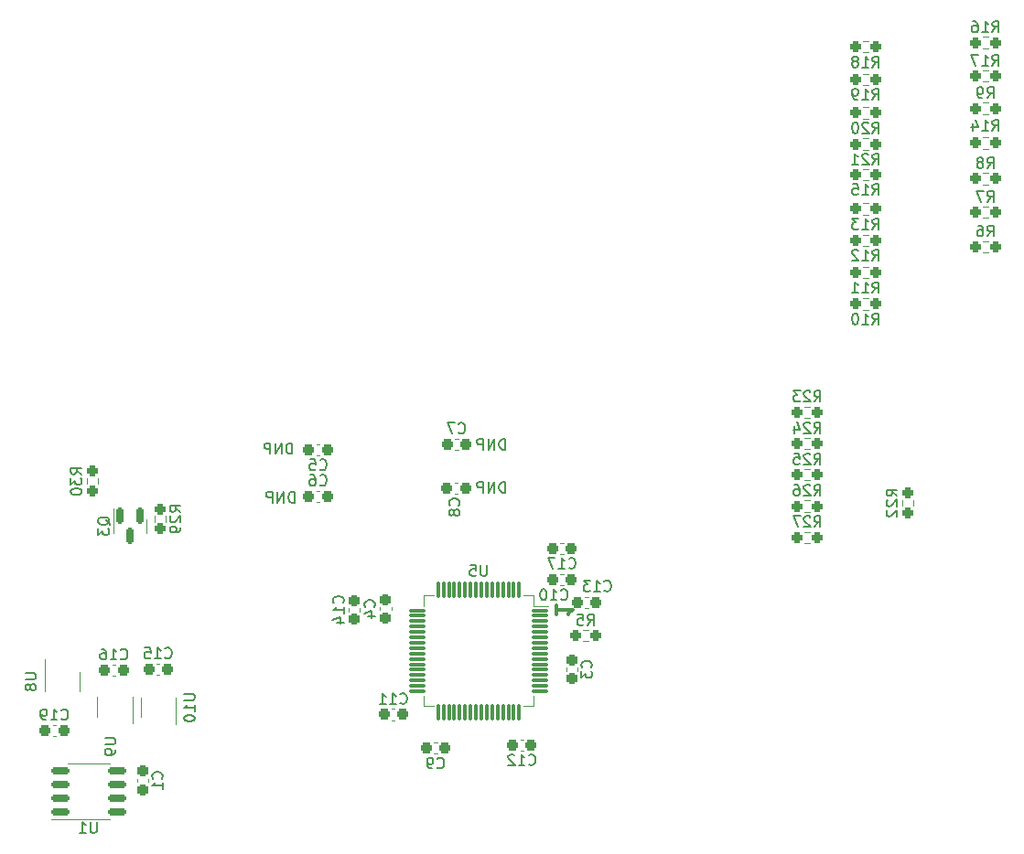
<source format=gbr>
%TF.GenerationSoftware,KiCad,Pcbnew,7.0.6*%
%TF.CreationDate,2024-04-23T23:12:50+09:00*%
%TF.ProjectId,balloon,62616c6c-6f6f-46e2-9e6b-696361645f70,rev?*%
%TF.SameCoordinates,Original*%
%TF.FileFunction,Legend,Bot*%
%TF.FilePolarity,Positive*%
%FSLAX46Y46*%
G04 Gerber Fmt 4.6, Leading zero omitted, Abs format (unit mm)*
G04 Created by KiCad (PCBNEW 7.0.6) date 2024-04-23 23:12:50*
%MOMM*%
%LPD*%
G01*
G04 APERTURE LIST*
G04 Aperture macros list*
%AMRoundRect*
0 Rectangle with rounded corners*
0 $1 Rounding radius*
0 $2 $3 $4 $5 $6 $7 $8 $9 X,Y pos of 4 corners*
0 Add a 4 corners polygon primitive as box body*
4,1,4,$2,$3,$4,$5,$6,$7,$8,$9,$2,$3,0*
0 Add four circle primitives for the rounded corners*
1,1,$1+$1,$2,$3*
1,1,$1+$1,$4,$5*
1,1,$1+$1,$6,$7*
1,1,$1+$1,$8,$9*
0 Add four rect primitives between the rounded corners*
20,1,$1+$1,$2,$3,$4,$5,0*
20,1,$1+$1,$4,$5,$6,$7,0*
20,1,$1+$1,$6,$7,$8,$9,0*
20,1,$1+$1,$8,$9,$2,$3,0*%
G04 Aperture macros list end*
%ADD10C,0.150000*%
%ADD11C,0.300000*%
%ADD12C,0.120000*%
%ADD13C,5.700000*%
%ADD14C,3.600000*%
%ADD15C,3.000000*%
%ADD16R,1.700000X1.700000*%
%ADD17O,1.700000X1.700000*%
%ADD18C,1.000000*%
%ADD19C,2.500000*%
%ADD20C,2.000000*%
%ADD21R,1.905000X2.000000*%
%ADD22O,1.905000X2.000000*%
%ADD23R,1.800000X1.714500*%
%ADD24O,1.800000X1.714500*%
%ADD25RoundRect,0.237500X0.250000X0.237500X-0.250000X0.237500X-0.250000X-0.237500X0.250000X-0.237500X0*%
%ADD26RoundRect,0.237500X0.237500X-0.300000X0.237500X0.300000X-0.237500X0.300000X-0.237500X-0.300000X0*%
%ADD27RoundRect,0.237500X0.300000X0.237500X-0.300000X0.237500X-0.300000X-0.237500X0.300000X-0.237500X0*%
%ADD28RoundRect,0.150000X-0.675000X-0.150000X0.675000X-0.150000X0.675000X0.150000X-0.675000X0.150000X0*%
%ADD29RoundRect,0.237500X-0.237500X0.300000X-0.237500X-0.300000X0.237500X-0.300000X0.237500X0.300000X0*%
%ADD30R,0.650000X1.560000*%
%ADD31RoundRect,0.237500X-0.250000X-0.237500X0.250000X-0.237500X0.250000X0.237500X-0.250000X0.237500X0*%
%ADD32RoundRect,0.237500X-0.300000X-0.237500X0.300000X-0.237500X0.300000X0.237500X-0.300000X0.237500X0*%
%ADD33RoundRect,0.237500X0.237500X-0.250000X0.237500X0.250000X-0.237500X0.250000X-0.237500X-0.250000X0*%
%ADD34RoundRect,0.237500X-0.237500X0.250000X-0.237500X-0.250000X0.237500X-0.250000X0.237500X0.250000X0*%
%ADD35RoundRect,0.075000X0.700000X0.075000X-0.700000X0.075000X-0.700000X-0.075000X0.700000X-0.075000X0*%
%ADD36RoundRect,0.075000X0.075000X0.700000X-0.075000X0.700000X-0.075000X-0.700000X0.075000X-0.700000X0*%
%ADD37RoundRect,0.150000X-0.150000X0.587500X-0.150000X-0.587500X0.150000X-0.587500X0.150000X0.587500X0*%
G04 APERTURE END LIST*
D10*
X52863220Y-96969819D02*
X52863220Y-95969819D01*
X52863220Y-95969819D02*
X52625125Y-95969819D01*
X52625125Y-95969819D02*
X52482268Y-96017438D01*
X52482268Y-96017438D02*
X52387030Y-96112676D01*
X52387030Y-96112676D02*
X52339411Y-96207914D01*
X52339411Y-96207914D02*
X52291792Y-96398390D01*
X52291792Y-96398390D02*
X52291792Y-96541247D01*
X52291792Y-96541247D02*
X52339411Y-96731723D01*
X52339411Y-96731723D02*
X52387030Y-96826961D01*
X52387030Y-96826961D02*
X52482268Y-96922200D01*
X52482268Y-96922200D02*
X52625125Y-96969819D01*
X52625125Y-96969819D02*
X52863220Y-96969819D01*
X51863220Y-96969819D02*
X51863220Y-95969819D01*
X51863220Y-95969819D02*
X51291792Y-96969819D01*
X51291792Y-96969819D02*
X51291792Y-95969819D01*
X50815601Y-96969819D02*
X50815601Y-95969819D01*
X50815601Y-95969819D02*
X50434649Y-95969819D01*
X50434649Y-95969819D02*
X50339411Y-96017438D01*
X50339411Y-96017438D02*
X50291792Y-96065057D01*
X50291792Y-96065057D02*
X50244173Y-96160295D01*
X50244173Y-96160295D02*
X50244173Y-96303152D01*
X50244173Y-96303152D02*
X50291792Y-96398390D01*
X50291792Y-96398390D02*
X50339411Y-96446009D01*
X50339411Y-96446009D02*
X50434649Y-96493628D01*
X50434649Y-96493628D02*
X50815601Y-96493628D01*
X72363220Y-96069819D02*
X72363220Y-95069819D01*
X72363220Y-95069819D02*
X72125125Y-95069819D01*
X72125125Y-95069819D02*
X71982268Y-95117438D01*
X71982268Y-95117438D02*
X71887030Y-95212676D01*
X71887030Y-95212676D02*
X71839411Y-95307914D01*
X71839411Y-95307914D02*
X71791792Y-95498390D01*
X71791792Y-95498390D02*
X71791792Y-95641247D01*
X71791792Y-95641247D02*
X71839411Y-95831723D01*
X71839411Y-95831723D02*
X71887030Y-95926961D01*
X71887030Y-95926961D02*
X71982268Y-96022200D01*
X71982268Y-96022200D02*
X72125125Y-96069819D01*
X72125125Y-96069819D02*
X72363220Y-96069819D01*
X71363220Y-96069819D02*
X71363220Y-95069819D01*
X71363220Y-95069819D02*
X70791792Y-96069819D01*
X70791792Y-96069819D02*
X70791792Y-95069819D01*
X70315601Y-96069819D02*
X70315601Y-95069819D01*
X70315601Y-95069819D02*
X69934649Y-95069819D01*
X69934649Y-95069819D02*
X69839411Y-95117438D01*
X69839411Y-95117438D02*
X69791792Y-95165057D01*
X69791792Y-95165057D02*
X69744173Y-95260295D01*
X69744173Y-95260295D02*
X69744173Y-95403152D01*
X69744173Y-95403152D02*
X69791792Y-95498390D01*
X69791792Y-95498390D02*
X69839411Y-95546009D01*
X69839411Y-95546009D02*
X69934649Y-95593628D01*
X69934649Y-95593628D02*
X70315601Y-95593628D01*
X72363220Y-92069819D02*
X72363220Y-91069819D01*
X72363220Y-91069819D02*
X72125125Y-91069819D01*
X72125125Y-91069819D02*
X71982268Y-91117438D01*
X71982268Y-91117438D02*
X71887030Y-91212676D01*
X71887030Y-91212676D02*
X71839411Y-91307914D01*
X71839411Y-91307914D02*
X71791792Y-91498390D01*
X71791792Y-91498390D02*
X71791792Y-91641247D01*
X71791792Y-91641247D02*
X71839411Y-91831723D01*
X71839411Y-91831723D02*
X71887030Y-91926961D01*
X71887030Y-91926961D02*
X71982268Y-92022200D01*
X71982268Y-92022200D02*
X72125125Y-92069819D01*
X72125125Y-92069819D02*
X72363220Y-92069819D01*
X71363220Y-92069819D02*
X71363220Y-91069819D01*
X71363220Y-91069819D02*
X70791792Y-92069819D01*
X70791792Y-92069819D02*
X70791792Y-91069819D01*
X70315601Y-92069819D02*
X70315601Y-91069819D01*
X70315601Y-91069819D02*
X69934649Y-91069819D01*
X69934649Y-91069819D02*
X69839411Y-91117438D01*
X69839411Y-91117438D02*
X69791792Y-91165057D01*
X69791792Y-91165057D02*
X69744173Y-91260295D01*
X69744173Y-91260295D02*
X69744173Y-91403152D01*
X69744173Y-91403152D02*
X69791792Y-91498390D01*
X69791792Y-91498390D02*
X69839411Y-91546009D01*
X69839411Y-91546009D02*
X69934649Y-91593628D01*
X69934649Y-91593628D02*
X70315601Y-91593628D01*
X52663220Y-92469819D02*
X52663220Y-91469819D01*
X52663220Y-91469819D02*
X52425125Y-91469819D01*
X52425125Y-91469819D02*
X52282268Y-91517438D01*
X52282268Y-91517438D02*
X52187030Y-91612676D01*
X52187030Y-91612676D02*
X52139411Y-91707914D01*
X52139411Y-91707914D02*
X52091792Y-91898390D01*
X52091792Y-91898390D02*
X52091792Y-92041247D01*
X52091792Y-92041247D02*
X52139411Y-92231723D01*
X52139411Y-92231723D02*
X52187030Y-92326961D01*
X52187030Y-92326961D02*
X52282268Y-92422200D01*
X52282268Y-92422200D02*
X52425125Y-92469819D01*
X52425125Y-92469819D02*
X52663220Y-92469819D01*
X51663220Y-92469819D02*
X51663220Y-91469819D01*
X51663220Y-91469819D02*
X51091792Y-92469819D01*
X51091792Y-92469819D02*
X51091792Y-91469819D01*
X50615601Y-92469819D02*
X50615601Y-91469819D01*
X50615601Y-91469819D02*
X50234649Y-91469819D01*
X50234649Y-91469819D02*
X50139411Y-91517438D01*
X50139411Y-91517438D02*
X50091792Y-91565057D01*
X50091792Y-91565057D02*
X50044173Y-91660295D01*
X50044173Y-91660295D02*
X50044173Y-91803152D01*
X50044173Y-91803152D02*
X50091792Y-91898390D01*
X50091792Y-91898390D02*
X50139411Y-91946009D01*
X50139411Y-91946009D02*
X50234649Y-91993628D01*
X50234649Y-91993628D02*
X50615601Y-91993628D01*
D11*
X77081671Y-106500674D02*
X77081671Y-107357817D01*
X77081671Y-106929246D02*
X78581671Y-106929246D01*
X78581671Y-106929246D02*
X78367385Y-107072103D01*
X78367385Y-107072103D02*
X78224528Y-107214960D01*
X78224528Y-107214960D02*
X78153100Y-107357817D01*
D10*
X116954166Y-69104819D02*
X117287499Y-68628628D01*
X117525594Y-69104819D02*
X117525594Y-68104819D01*
X117525594Y-68104819D02*
X117144642Y-68104819D01*
X117144642Y-68104819D02*
X117049404Y-68152438D01*
X117049404Y-68152438D02*
X117001785Y-68200057D01*
X117001785Y-68200057D02*
X116954166Y-68295295D01*
X116954166Y-68295295D02*
X116954166Y-68438152D01*
X116954166Y-68438152D02*
X117001785Y-68533390D01*
X117001785Y-68533390D02*
X117049404Y-68581009D01*
X117049404Y-68581009D02*
X117144642Y-68628628D01*
X117144642Y-68628628D02*
X117525594Y-68628628D01*
X116620832Y-68104819D02*
X115954166Y-68104819D01*
X115954166Y-68104819D02*
X116382737Y-69104819D01*
X40589580Y-122533333D02*
X40637200Y-122485714D01*
X40637200Y-122485714D02*
X40684819Y-122342857D01*
X40684819Y-122342857D02*
X40684819Y-122247619D01*
X40684819Y-122247619D02*
X40637200Y-122104762D01*
X40637200Y-122104762D02*
X40541961Y-122009524D01*
X40541961Y-122009524D02*
X40446723Y-121961905D01*
X40446723Y-121961905D02*
X40256247Y-121914286D01*
X40256247Y-121914286D02*
X40113390Y-121914286D01*
X40113390Y-121914286D02*
X39922914Y-121961905D01*
X39922914Y-121961905D02*
X39827676Y-122009524D01*
X39827676Y-122009524D02*
X39732438Y-122104762D01*
X39732438Y-122104762D02*
X39684819Y-122247619D01*
X39684819Y-122247619D02*
X39684819Y-122342857D01*
X39684819Y-122342857D02*
X39732438Y-122485714D01*
X39732438Y-122485714D02*
X39780057Y-122533333D01*
X40684819Y-123485714D02*
X40684819Y-122914286D01*
X40684819Y-123200000D02*
X39684819Y-123200000D01*
X39684819Y-123200000D02*
X39827676Y-123104762D01*
X39827676Y-123104762D02*
X39922914Y-123009524D01*
X39922914Y-123009524D02*
X39970533Y-122914286D01*
X36783757Y-111412080D02*
X36831376Y-111459700D01*
X36831376Y-111459700D02*
X36974233Y-111507319D01*
X36974233Y-111507319D02*
X37069471Y-111507319D01*
X37069471Y-111507319D02*
X37212328Y-111459700D01*
X37212328Y-111459700D02*
X37307566Y-111364461D01*
X37307566Y-111364461D02*
X37355185Y-111269223D01*
X37355185Y-111269223D02*
X37402804Y-111078747D01*
X37402804Y-111078747D02*
X37402804Y-110935890D01*
X37402804Y-110935890D02*
X37355185Y-110745414D01*
X37355185Y-110745414D02*
X37307566Y-110650176D01*
X37307566Y-110650176D02*
X37212328Y-110554938D01*
X37212328Y-110554938D02*
X37069471Y-110507319D01*
X37069471Y-110507319D02*
X36974233Y-110507319D01*
X36974233Y-110507319D02*
X36831376Y-110554938D01*
X36831376Y-110554938D02*
X36783757Y-110602557D01*
X35831376Y-111507319D02*
X36402804Y-111507319D01*
X36117090Y-111507319D02*
X36117090Y-110507319D01*
X36117090Y-110507319D02*
X36212328Y-110650176D01*
X36212328Y-110650176D02*
X36307566Y-110745414D01*
X36307566Y-110745414D02*
X36402804Y-110793033D01*
X34974233Y-110507319D02*
X35164709Y-110507319D01*
X35164709Y-110507319D02*
X35259947Y-110554938D01*
X35259947Y-110554938D02*
X35307566Y-110602557D01*
X35307566Y-110602557D02*
X35402804Y-110745414D01*
X35402804Y-110745414D02*
X35450423Y-110935890D01*
X35450423Y-110935890D02*
X35450423Y-111316842D01*
X35450423Y-111316842D02*
X35402804Y-111412080D01*
X35402804Y-111412080D02*
X35355185Y-111459700D01*
X35355185Y-111459700D02*
X35259947Y-111507319D01*
X35259947Y-111507319D02*
X35069471Y-111507319D01*
X35069471Y-111507319D02*
X34974233Y-111459700D01*
X34974233Y-111459700D02*
X34926614Y-111412080D01*
X34926614Y-111412080D02*
X34878995Y-111316842D01*
X34878995Y-111316842D02*
X34878995Y-111078747D01*
X34878995Y-111078747D02*
X34926614Y-110983509D01*
X34926614Y-110983509D02*
X34974233Y-110935890D01*
X34974233Y-110935890D02*
X35069471Y-110888271D01*
X35069471Y-110888271D02*
X35259947Y-110888271D01*
X35259947Y-110888271D02*
X35355185Y-110935890D01*
X35355185Y-110935890D02*
X35402804Y-110983509D01*
X35402804Y-110983509D02*
X35450423Y-111078747D01*
X55207566Y-95312080D02*
X55255185Y-95359700D01*
X55255185Y-95359700D02*
X55398042Y-95407319D01*
X55398042Y-95407319D02*
X55493280Y-95407319D01*
X55493280Y-95407319D02*
X55636137Y-95359700D01*
X55636137Y-95359700D02*
X55731375Y-95264461D01*
X55731375Y-95264461D02*
X55778994Y-95169223D01*
X55778994Y-95169223D02*
X55826613Y-94978747D01*
X55826613Y-94978747D02*
X55826613Y-94835890D01*
X55826613Y-94835890D02*
X55778994Y-94645414D01*
X55778994Y-94645414D02*
X55731375Y-94550176D01*
X55731375Y-94550176D02*
X55636137Y-94454938D01*
X55636137Y-94454938D02*
X55493280Y-94407319D01*
X55493280Y-94407319D02*
X55398042Y-94407319D01*
X55398042Y-94407319D02*
X55255185Y-94454938D01*
X55255185Y-94454938D02*
X55207566Y-94502557D01*
X54350423Y-94407319D02*
X54540899Y-94407319D01*
X54540899Y-94407319D02*
X54636137Y-94454938D01*
X54636137Y-94454938D02*
X54683756Y-94502557D01*
X54683756Y-94502557D02*
X54778994Y-94645414D01*
X54778994Y-94645414D02*
X54826613Y-94835890D01*
X54826613Y-94835890D02*
X54826613Y-95216842D01*
X54826613Y-95216842D02*
X54778994Y-95312080D01*
X54778994Y-95312080D02*
X54731375Y-95359700D01*
X54731375Y-95359700D02*
X54636137Y-95407319D01*
X54636137Y-95407319D02*
X54445661Y-95407319D01*
X54445661Y-95407319D02*
X54350423Y-95359700D01*
X54350423Y-95359700D02*
X54302804Y-95312080D01*
X54302804Y-95312080D02*
X54255185Y-95216842D01*
X54255185Y-95216842D02*
X54255185Y-94978747D01*
X54255185Y-94978747D02*
X54302804Y-94883509D01*
X54302804Y-94883509D02*
X54350423Y-94835890D01*
X54350423Y-94835890D02*
X54445661Y-94788271D01*
X54445661Y-94788271D02*
X54636137Y-94788271D01*
X54636137Y-94788271D02*
X54731375Y-94835890D01*
X54731375Y-94835890D02*
X54778994Y-94883509D01*
X54778994Y-94883509D02*
X54826613Y-94978747D01*
X34561904Y-126554819D02*
X34561904Y-127364342D01*
X34561904Y-127364342D02*
X34514285Y-127459580D01*
X34514285Y-127459580D02*
X34466666Y-127507200D01*
X34466666Y-127507200D02*
X34371428Y-127554819D01*
X34371428Y-127554819D02*
X34180952Y-127554819D01*
X34180952Y-127554819D02*
X34085714Y-127507200D01*
X34085714Y-127507200D02*
X34038095Y-127459580D01*
X34038095Y-127459580D02*
X33990476Y-127364342D01*
X33990476Y-127364342D02*
X33990476Y-126554819D01*
X32990476Y-127554819D02*
X33561904Y-127554819D01*
X33276190Y-127554819D02*
X33276190Y-126554819D01*
X33276190Y-126554819D02*
X33371428Y-126697676D01*
X33371428Y-126697676D02*
X33466666Y-126792914D01*
X33466666Y-126792914D02*
X33561904Y-126840533D01*
X116954166Y-66004819D02*
X117287499Y-65528628D01*
X117525594Y-66004819D02*
X117525594Y-65004819D01*
X117525594Y-65004819D02*
X117144642Y-65004819D01*
X117144642Y-65004819D02*
X117049404Y-65052438D01*
X117049404Y-65052438D02*
X117001785Y-65100057D01*
X117001785Y-65100057D02*
X116954166Y-65195295D01*
X116954166Y-65195295D02*
X116954166Y-65338152D01*
X116954166Y-65338152D02*
X117001785Y-65433390D01*
X117001785Y-65433390D02*
X117049404Y-65481009D01*
X117049404Y-65481009D02*
X117144642Y-65528628D01*
X117144642Y-65528628D02*
X117525594Y-65528628D01*
X116382737Y-65433390D02*
X116477975Y-65385771D01*
X116477975Y-65385771D02*
X116525594Y-65338152D01*
X116525594Y-65338152D02*
X116573213Y-65242914D01*
X116573213Y-65242914D02*
X116573213Y-65195295D01*
X116573213Y-65195295D02*
X116525594Y-65100057D01*
X116525594Y-65100057D02*
X116477975Y-65052438D01*
X116477975Y-65052438D02*
X116382737Y-65004819D01*
X116382737Y-65004819D02*
X116192261Y-65004819D01*
X116192261Y-65004819D02*
X116097023Y-65052438D01*
X116097023Y-65052438D02*
X116049404Y-65100057D01*
X116049404Y-65100057D02*
X116001785Y-65195295D01*
X116001785Y-65195295D02*
X116001785Y-65242914D01*
X116001785Y-65242914D02*
X116049404Y-65338152D01*
X116049404Y-65338152D02*
X116097023Y-65385771D01*
X116097023Y-65385771D02*
X116192261Y-65433390D01*
X116192261Y-65433390D02*
X116382737Y-65433390D01*
X116382737Y-65433390D02*
X116477975Y-65481009D01*
X116477975Y-65481009D02*
X116525594Y-65528628D01*
X116525594Y-65528628D02*
X116573213Y-65623866D01*
X116573213Y-65623866D02*
X116573213Y-65814342D01*
X116573213Y-65814342D02*
X116525594Y-65909580D01*
X116525594Y-65909580D02*
X116477975Y-65957200D01*
X116477975Y-65957200D02*
X116382737Y-66004819D01*
X116382737Y-66004819D02*
X116192261Y-66004819D01*
X116192261Y-66004819D02*
X116097023Y-65957200D01*
X116097023Y-65957200D02*
X116049404Y-65909580D01*
X116049404Y-65909580D02*
X116001785Y-65814342D01*
X116001785Y-65814342D02*
X116001785Y-65623866D01*
X116001785Y-65623866D02*
X116049404Y-65528628D01*
X116049404Y-65528628D02*
X116097023Y-65481009D01*
X116097023Y-65481009D02*
X116192261Y-65433390D01*
X57329580Y-106257142D02*
X57377200Y-106209523D01*
X57377200Y-106209523D02*
X57424819Y-106066666D01*
X57424819Y-106066666D02*
X57424819Y-105971428D01*
X57424819Y-105971428D02*
X57377200Y-105828571D01*
X57377200Y-105828571D02*
X57281961Y-105733333D01*
X57281961Y-105733333D02*
X57186723Y-105685714D01*
X57186723Y-105685714D02*
X56996247Y-105638095D01*
X56996247Y-105638095D02*
X56853390Y-105638095D01*
X56853390Y-105638095D02*
X56662914Y-105685714D01*
X56662914Y-105685714D02*
X56567676Y-105733333D01*
X56567676Y-105733333D02*
X56472438Y-105828571D01*
X56472438Y-105828571D02*
X56424819Y-105971428D01*
X56424819Y-105971428D02*
X56424819Y-106066666D01*
X56424819Y-106066666D02*
X56472438Y-106209523D01*
X56472438Y-106209523D02*
X56520057Y-106257142D01*
X57424819Y-107209523D02*
X57424819Y-106638095D01*
X57424819Y-106923809D02*
X56424819Y-106923809D01*
X56424819Y-106923809D02*
X56567676Y-106828571D01*
X56567676Y-106828571D02*
X56662914Y-106733333D01*
X56662914Y-106733333D02*
X56710533Y-106638095D01*
X56758152Y-108066666D02*
X57424819Y-108066666D01*
X56377200Y-107828571D02*
X57091485Y-107590476D01*
X57091485Y-107590476D02*
X57091485Y-108209523D01*
X42645719Y-114694405D02*
X43455242Y-114694405D01*
X43455242Y-114694405D02*
X43550480Y-114742024D01*
X43550480Y-114742024D02*
X43598100Y-114789643D01*
X43598100Y-114789643D02*
X43645719Y-114884881D01*
X43645719Y-114884881D02*
X43645719Y-115075357D01*
X43645719Y-115075357D02*
X43598100Y-115170595D01*
X43598100Y-115170595D02*
X43550480Y-115218214D01*
X43550480Y-115218214D02*
X43455242Y-115265833D01*
X43455242Y-115265833D02*
X42645719Y-115265833D01*
X43645719Y-116265833D02*
X43645719Y-115694405D01*
X43645719Y-115980119D02*
X42645719Y-115980119D01*
X42645719Y-115980119D02*
X42788576Y-115884881D01*
X42788576Y-115884881D02*
X42883814Y-115789643D01*
X42883814Y-115789643D02*
X42931433Y-115694405D01*
X42645719Y-116884881D02*
X42645719Y-116980119D01*
X42645719Y-116980119D02*
X42693338Y-117075357D01*
X42693338Y-117075357D02*
X42740957Y-117122976D01*
X42740957Y-117122976D02*
X42836195Y-117170595D01*
X42836195Y-117170595D02*
X43026671Y-117218214D01*
X43026671Y-117218214D02*
X43264766Y-117218214D01*
X43264766Y-117218214D02*
X43455242Y-117170595D01*
X43455242Y-117170595D02*
X43550480Y-117122976D01*
X43550480Y-117122976D02*
X43598100Y-117075357D01*
X43598100Y-117075357D02*
X43645719Y-116980119D01*
X43645719Y-116980119D02*
X43645719Y-116884881D01*
X43645719Y-116884881D02*
X43598100Y-116789643D01*
X43598100Y-116789643D02*
X43550480Y-116742024D01*
X43550480Y-116742024D02*
X43455242Y-116694405D01*
X43455242Y-116694405D02*
X43264766Y-116646786D01*
X43264766Y-116646786D02*
X43026671Y-116646786D01*
X43026671Y-116646786D02*
X42836195Y-116694405D01*
X42836195Y-116694405D02*
X42740957Y-116742024D01*
X42740957Y-116742024D02*
X42693338Y-116789643D01*
X42693338Y-116789643D02*
X42645719Y-116884881D01*
X106342857Y-77564819D02*
X106676190Y-77088628D01*
X106914285Y-77564819D02*
X106914285Y-76564819D01*
X106914285Y-76564819D02*
X106533333Y-76564819D01*
X106533333Y-76564819D02*
X106438095Y-76612438D01*
X106438095Y-76612438D02*
X106390476Y-76660057D01*
X106390476Y-76660057D02*
X106342857Y-76755295D01*
X106342857Y-76755295D02*
X106342857Y-76898152D01*
X106342857Y-76898152D02*
X106390476Y-76993390D01*
X106390476Y-76993390D02*
X106438095Y-77041009D01*
X106438095Y-77041009D02*
X106533333Y-77088628D01*
X106533333Y-77088628D02*
X106914285Y-77088628D01*
X105390476Y-77564819D02*
X105961904Y-77564819D01*
X105676190Y-77564819D02*
X105676190Y-76564819D01*
X105676190Y-76564819D02*
X105771428Y-76707676D01*
X105771428Y-76707676D02*
X105866666Y-76802914D01*
X105866666Y-76802914D02*
X105961904Y-76850533D01*
X104438095Y-77564819D02*
X105009523Y-77564819D01*
X104723809Y-77564819D02*
X104723809Y-76564819D01*
X104723809Y-76564819D02*
X104819047Y-76707676D01*
X104819047Y-76707676D02*
X104914285Y-76802914D01*
X104914285Y-76802914D02*
X105009523Y-76850533D01*
X68059580Y-97233333D02*
X68107200Y-97185714D01*
X68107200Y-97185714D02*
X68154819Y-97042857D01*
X68154819Y-97042857D02*
X68154819Y-96947619D01*
X68154819Y-96947619D02*
X68107200Y-96804762D01*
X68107200Y-96804762D02*
X68011961Y-96709524D01*
X68011961Y-96709524D02*
X67916723Y-96661905D01*
X67916723Y-96661905D02*
X67726247Y-96614286D01*
X67726247Y-96614286D02*
X67583390Y-96614286D01*
X67583390Y-96614286D02*
X67392914Y-96661905D01*
X67392914Y-96661905D02*
X67297676Y-96709524D01*
X67297676Y-96709524D02*
X67202438Y-96804762D01*
X67202438Y-96804762D02*
X67154819Y-96947619D01*
X67154819Y-96947619D02*
X67154819Y-97042857D01*
X67154819Y-97042857D02*
X67202438Y-97185714D01*
X67202438Y-97185714D02*
X67250057Y-97233333D01*
X67583390Y-97804762D02*
X67535771Y-97709524D01*
X67535771Y-97709524D02*
X67488152Y-97661905D01*
X67488152Y-97661905D02*
X67392914Y-97614286D01*
X67392914Y-97614286D02*
X67345295Y-97614286D01*
X67345295Y-97614286D02*
X67250057Y-97661905D01*
X67250057Y-97661905D02*
X67202438Y-97709524D01*
X67202438Y-97709524D02*
X67154819Y-97804762D01*
X67154819Y-97804762D02*
X67154819Y-97995238D01*
X67154819Y-97995238D02*
X67202438Y-98090476D01*
X67202438Y-98090476D02*
X67250057Y-98138095D01*
X67250057Y-98138095D02*
X67345295Y-98185714D01*
X67345295Y-98185714D02*
X67392914Y-98185714D01*
X67392914Y-98185714D02*
X67488152Y-98138095D01*
X67488152Y-98138095D02*
X67535771Y-98090476D01*
X67535771Y-98090476D02*
X67583390Y-97995238D01*
X67583390Y-97995238D02*
X67583390Y-97804762D01*
X67583390Y-97804762D02*
X67631009Y-97709524D01*
X67631009Y-97709524D02*
X67678628Y-97661905D01*
X67678628Y-97661905D02*
X67773866Y-97614286D01*
X67773866Y-97614286D02*
X67964342Y-97614286D01*
X67964342Y-97614286D02*
X68059580Y-97661905D01*
X68059580Y-97661905D02*
X68107200Y-97709524D01*
X68107200Y-97709524D02*
X68154819Y-97804762D01*
X68154819Y-97804762D02*
X68154819Y-97995238D01*
X68154819Y-97995238D02*
X68107200Y-98090476D01*
X68107200Y-98090476D02*
X68059580Y-98138095D01*
X68059580Y-98138095D02*
X67964342Y-98185714D01*
X67964342Y-98185714D02*
X67773866Y-98185714D01*
X67773866Y-98185714D02*
X67678628Y-98138095D01*
X67678628Y-98138095D02*
X67631009Y-98090476D01*
X67631009Y-98090476D02*
X67583390Y-97995238D01*
X106342857Y-80464819D02*
X106676190Y-79988628D01*
X106914285Y-80464819D02*
X106914285Y-79464819D01*
X106914285Y-79464819D02*
X106533333Y-79464819D01*
X106533333Y-79464819D02*
X106438095Y-79512438D01*
X106438095Y-79512438D02*
X106390476Y-79560057D01*
X106390476Y-79560057D02*
X106342857Y-79655295D01*
X106342857Y-79655295D02*
X106342857Y-79798152D01*
X106342857Y-79798152D02*
X106390476Y-79893390D01*
X106390476Y-79893390D02*
X106438095Y-79941009D01*
X106438095Y-79941009D02*
X106533333Y-79988628D01*
X106533333Y-79988628D02*
X106914285Y-79988628D01*
X105390476Y-80464819D02*
X105961904Y-80464819D01*
X105676190Y-80464819D02*
X105676190Y-79464819D01*
X105676190Y-79464819D02*
X105771428Y-79607676D01*
X105771428Y-79607676D02*
X105866666Y-79702914D01*
X105866666Y-79702914D02*
X105961904Y-79750533D01*
X104771428Y-79464819D02*
X104676190Y-79464819D01*
X104676190Y-79464819D02*
X104580952Y-79512438D01*
X104580952Y-79512438D02*
X104533333Y-79560057D01*
X104533333Y-79560057D02*
X104485714Y-79655295D01*
X104485714Y-79655295D02*
X104438095Y-79845771D01*
X104438095Y-79845771D02*
X104438095Y-80083866D01*
X104438095Y-80083866D02*
X104485714Y-80274342D01*
X104485714Y-80274342D02*
X104533333Y-80369580D01*
X104533333Y-80369580D02*
X104580952Y-80417200D01*
X104580952Y-80417200D02*
X104676190Y-80464819D01*
X104676190Y-80464819D02*
X104771428Y-80464819D01*
X104771428Y-80464819D02*
X104866666Y-80417200D01*
X104866666Y-80417200D02*
X104914285Y-80369580D01*
X104914285Y-80369580D02*
X104961904Y-80274342D01*
X104961904Y-80274342D02*
X105009523Y-80083866D01*
X105009523Y-80083866D02*
X105009523Y-79845771D01*
X105009523Y-79845771D02*
X104961904Y-79655295D01*
X104961904Y-79655295D02*
X104914285Y-79560057D01*
X104914285Y-79560057D02*
X104866666Y-79512438D01*
X104866666Y-79512438D02*
X104771428Y-79464819D01*
X106342857Y-74564819D02*
X106676190Y-74088628D01*
X106914285Y-74564819D02*
X106914285Y-73564819D01*
X106914285Y-73564819D02*
X106533333Y-73564819D01*
X106533333Y-73564819D02*
X106438095Y-73612438D01*
X106438095Y-73612438D02*
X106390476Y-73660057D01*
X106390476Y-73660057D02*
X106342857Y-73755295D01*
X106342857Y-73755295D02*
X106342857Y-73898152D01*
X106342857Y-73898152D02*
X106390476Y-73993390D01*
X106390476Y-73993390D02*
X106438095Y-74041009D01*
X106438095Y-74041009D02*
X106533333Y-74088628D01*
X106533333Y-74088628D02*
X106914285Y-74088628D01*
X105390476Y-74564819D02*
X105961904Y-74564819D01*
X105676190Y-74564819D02*
X105676190Y-73564819D01*
X105676190Y-73564819D02*
X105771428Y-73707676D01*
X105771428Y-73707676D02*
X105866666Y-73802914D01*
X105866666Y-73802914D02*
X105961904Y-73850533D01*
X105009523Y-73660057D02*
X104961904Y-73612438D01*
X104961904Y-73612438D02*
X104866666Y-73564819D01*
X104866666Y-73564819D02*
X104628571Y-73564819D01*
X104628571Y-73564819D02*
X104533333Y-73612438D01*
X104533333Y-73612438D02*
X104485714Y-73660057D01*
X104485714Y-73660057D02*
X104438095Y-73755295D01*
X104438095Y-73755295D02*
X104438095Y-73850533D01*
X104438095Y-73850533D02*
X104485714Y-73993390D01*
X104485714Y-73993390D02*
X105057142Y-74564819D01*
X105057142Y-74564819D02*
X104438095Y-74564819D01*
X42325719Y-97839642D02*
X41849528Y-97506309D01*
X42325719Y-97268214D02*
X41325719Y-97268214D01*
X41325719Y-97268214D02*
X41325719Y-97649166D01*
X41325719Y-97649166D02*
X41373338Y-97744404D01*
X41373338Y-97744404D02*
X41420957Y-97792023D01*
X41420957Y-97792023D02*
X41516195Y-97839642D01*
X41516195Y-97839642D02*
X41659052Y-97839642D01*
X41659052Y-97839642D02*
X41754290Y-97792023D01*
X41754290Y-97792023D02*
X41801909Y-97744404D01*
X41801909Y-97744404D02*
X41849528Y-97649166D01*
X41849528Y-97649166D02*
X41849528Y-97268214D01*
X41420957Y-98220595D02*
X41373338Y-98268214D01*
X41373338Y-98268214D02*
X41325719Y-98363452D01*
X41325719Y-98363452D02*
X41325719Y-98601547D01*
X41325719Y-98601547D02*
X41373338Y-98696785D01*
X41373338Y-98696785D02*
X41420957Y-98744404D01*
X41420957Y-98744404D02*
X41516195Y-98792023D01*
X41516195Y-98792023D02*
X41611433Y-98792023D01*
X41611433Y-98792023D02*
X41754290Y-98744404D01*
X41754290Y-98744404D02*
X42325719Y-98172976D01*
X42325719Y-98172976D02*
X42325719Y-98792023D01*
X42325719Y-99268214D02*
X42325719Y-99458690D01*
X42325719Y-99458690D02*
X42278100Y-99553928D01*
X42278100Y-99553928D02*
X42230480Y-99601547D01*
X42230480Y-99601547D02*
X42087623Y-99696785D01*
X42087623Y-99696785D02*
X41897147Y-99744404D01*
X41897147Y-99744404D02*
X41516195Y-99744404D01*
X41516195Y-99744404D02*
X41420957Y-99696785D01*
X41420957Y-99696785D02*
X41373338Y-99649166D01*
X41373338Y-99649166D02*
X41325719Y-99553928D01*
X41325719Y-99553928D02*
X41325719Y-99363452D01*
X41325719Y-99363452D02*
X41373338Y-99268214D01*
X41373338Y-99268214D02*
X41420957Y-99220595D01*
X41420957Y-99220595D02*
X41516195Y-99172976D01*
X41516195Y-99172976D02*
X41754290Y-99172976D01*
X41754290Y-99172976D02*
X41849528Y-99220595D01*
X41849528Y-99220595D02*
X41897147Y-99268214D01*
X41897147Y-99268214D02*
X41944766Y-99363452D01*
X41944766Y-99363452D02*
X41944766Y-99553928D01*
X41944766Y-99553928D02*
X41897147Y-99649166D01*
X41897147Y-99649166D02*
X41849528Y-99696785D01*
X41849528Y-99696785D02*
X41754290Y-99744404D01*
X27945719Y-112770595D02*
X28755242Y-112770595D01*
X28755242Y-112770595D02*
X28850480Y-112818214D01*
X28850480Y-112818214D02*
X28898100Y-112865833D01*
X28898100Y-112865833D02*
X28945719Y-112961071D01*
X28945719Y-112961071D02*
X28945719Y-113151547D01*
X28945719Y-113151547D02*
X28898100Y-113246785D01*
X28898100Y-113246785D02*
X28850480Y-113294404D01*
X28850480Y-113294404D02*
X28755242Y-113342023D01*
X28755242Y-113342023D02*
X27945719Y-113342023D01*
X28374290Y-113961071D02*
X28326671Y-113865833D01*
X28326671Y-113865833D02*
X28279052Y-113818214D01*
X28279052Y-113818214D02*
X28183814Y-113770595D01*
X28183814Y-113770595D02*
X28136195Y-113770595D01*
X28136195Y-113770595D02*
X28040957Y-113818214D01*
X28040957Y-113818214D02*
X27993338Y-113865833D01*
X27993338Y-113865833D02*
X27945719Y-113961071D01*
X27945719Y-113961071D02*
X27945719Y-114151547D01*
X27945719Y-114151547D02*
X27993338Y-114246785D01*
X27993338Y-114246785D02*
X28040957Y-114294404D01*
X28040957Y-114294404D02*
X28136195Y-114342023D01*
X28136195Y-114342023D02*
X28183814Y-114342023D01*
X28183814Y-114342023D02*
X28279052Y-114294404D01*
X28279052Y-114294404D02*
X28326671Y-114246785D01*
X28326671Y-114246785D02*
X28374290Y-114151547D01*
X28374290Y-114151547D02*
X28374290Y-113961071D01*
X28374290Y-113961071D02*
X28421909Y-113865833D01*
X28421909Y-113865833D02*
X28469528Y-113818214D01*
X28469528Y-113818214D02*
X28564766Y-113770595D01*
X28564766Y-113770595D02*
X28755242Y-113770595D01*
X28755242Y-113770595D02*
X28850480Y-113818214D01*
X28850480Y-113818214D02*
X28898100Y-113865833D01*
X28898100Y-113865833D02*
X28945719Y-113961071D01*
X28945719Y-113961071D02*
X28945719Y-114151547D01*
X28945719Y-114151547D02*
X28898100Y-114246785D01*
X28898100Y-114246785D02*
X28850480Y-114294404D01*
X28850480Y-114294404D02*
X28755242Y-114342023D01*
X28755242Y-114342023D02*
X28564766Y-114342023D01*
X28564766Y-114342023D02*
X28469528Y-114294404D01*
X28469528Y-114294404D02*
X28421909Y-114246785D01*
X28421909Y-114246785D02*
X28374290Y-114151547D01*
X106342857Y-71664819D02*
X106676190Y-71188628D01*
X106914285Y-71664819D02*
X106914285Y-70664819D01*
X106914285Y-70664819D02*
X106533333Y-70664819D01*
X106533333Y-70664819D02*
X106438095Y-70712438D01*
X106438095Y-70712438D02*
X106390476Y-70760057D01*
X106390476Y-70760057D02*
X106342857Y-70855295D01*
X106342857Y-70855295D02*
X106342857Y-70998152D01*
X106342857Y-70998152D02*
X106390476Y-71093390D01*
X106390476Y-71093390D02*
X106438095Y-71141009D01*
X106438095Y-71141009D02*
X106533333Y-71188628D01*
X106533333Y-71188628D02*
X106914285Y-71188628D01*
X105390476Y-71664819D02*
X105961904Y-71664819D01*
X105676190Y-71664819D02*
X105676190Y-70664819D01*
X105676190Y-70664819D02*
X105771428Y-70807676D01*
X105771428Y-70807676D02*
X105866666Y-70902914D01*
X105866666Y-70902914D02*
X105961904Y-70950533D01*
X105057142Y-70664819D02*
X104438095Y-70664819D01*
X104438095Y-70664819D02*
X104771428Y-71045771D01*
X104771428Y-71045771D02*
X104628571Y-71045771D01*
X104628571Y-71045771D02*
X104533333Y-71093390D01*
X104533333Y-71093390D02*
X104485714Y-71141009D01*
X104485714Y-71141009D02*
X104438095Y-71236247D01*
X104438095Y-71236247D02*
X104438095Y-71474342D01*
X104438095Y-71474342D02*
X104485714Y-71569580D01*
X104485714Y-71569580D02*
X104533333Y-71617200D01*
X104533333Y-71617200D02*
X104628571Y-71664819D01*
X104628571Y-71664819D02*
X104914285Y-71664819D01*
X104914285Y-71664819D02*
X105009523Y-71617200D01*
X105009523Y-71617200D02*
X105057142Y-71569580D01*
X100942857Y-96324819D02*
X101276190Y-95848628D01*
X101514285Y-96324819D02*
X101514285Y-95324819D01*
X101514285Y-95324819D02*
X101133333Y-95324819D01*
X101133333Y-95324819D02*
X101038095Y-95372438D01*
X101038095Y-95372438D02*
X100990476Y-95420057D01*
X100990476Y-95420057D02*
X100942857Y-95515295D01*
X100942857Y-95515295D02*
X100942857Y-95658152D01*
X100942857Y-95658152D02*
X100990476Y-95753390D01*
X100990476Y-95753390D02*
X101038095Y-95801009D01*
X101038095Y-95801009D02*
X101133333Y-95848628D01*
X101133333Y-95848628D02*
X101514285Y-95848628D01*
X100561904Y-95420057D02*
X100514285Y-95372438D01*
X100514285Y-95372438D02*
X100419047Y-95324819D01*
X100419047Y-95324819D02*
X100180952Y-95324819D01*
X100180952Y-95324819D02*
X100085714Y-95372438D01*
X100085714Y-95372438D02*
X100038095Y-95420057D01*
X100038095Y-95420057D02*
X99990476Y-95515295D01*
X99990476Y-95515295D02*
X99990476Y-95610533D01*
X99990476Y-95610533D02*
X100038095Y-95753390D01*
X100038095Y-95753390D02*
X100609523Y-96324819D01*
X100609523Y-96324819D02*
X99990476Y-96324819D01*
X99133333Y-95324819D02*
X99323809Y-95324819D01*
X99323809Y-95324819D02*
X99419047Y-95372438D01*
X99419047Y-95372438D02*
X99466666Y-95420057D01*
X99466666Y-95420057D02*
X99561904Y-95562914D01*
X99561904Y-95562914D02*
X99609523Y-95753390D01*
X99609523Y-95753390D02*
X99609523Y-96134342D01*
X99609523Y-96134342D02*
X99561904Y-96229580D01*
X99561904Y-96229580D02*
X99514285Y-96277200D01*
X99514285Y-96277200D02*
X99419047Y-96324819D01*
X99419047Y-96324819D02*
X99228571Y-96324819D01*
X99228571Y-96324819D02*
X99133333Y-96277200D01*
X99133333Y-96277200D02*
X99085714Y-96229580D01*
X99085714Y-96229580D02*
X99038095Y-96134342D01*
X99038095Y-96134342D02*
X99038095Y-95896247D01*
X99038095Y-95896247D02*
X99085714Y-95801009D01*
X99085714Y-95801009D02*
X99133333Y-95753390D01*
X99133333Y-95753390D02*
X99228571Y-95705771D01*
X99228571Y-95705771D02*
X99419047Y-95705771D01*
X99419047Y-95705771D02*
X99514285Y-95753390D01*
X99514285Y-95753390D02*
X99561904Y-95801009D01*
X99561904Y-95801009D02*
X99609523Y-95896247D01*
X100942857Y-99224819D02*
X101276190Y-98748628D01*
X101514285Y-99224819D02*
X101514285Y-98224819D01*
X101514285Y-98224819D02*
X101133333Y-98224819D01*
X101133333Y-98224819D02*
X101038095Y-98272438D01*
X101038095Y-98272438D02*
X100990476Y-98320057D01*
X100990476Y-98320057D02*
X100942857Y-98415295D01*
X100942857Y-98415295D02*
X100942857Y-98558152D01*
X100942857Y-98558152D02*
X100990476Y-98653390D01*
X100990476Y-98653390D02*
X101038095Y-98701009D01*
X101038095Y-98701009D02*
X101133333Y-98748628D01*
X101133333Y-98748628D02*
X101514285Y-98748628D01*
X100561904Y-98320057D02*
X100514285Y-98272438D01*
X100514285Y-98272438D02*
X100419047Y-98224819D01*
X100419047Y-98224819D02*
X100180952Y-98224819D01*
X100180952Y-98224819D02*
X100085714Y-98272438D01*
X100085714Y-98272438D02*
X100038095Y-98320057D01*
X100038095Y-98320057D02*
X99990476Y-98415295D01*
X99990476Y-98415295D02*
X99990476Y-98510533D01*
X99990476Y-98510533D02*
X100038095Y-98653390D01*
X100038095Y-98653390D02*
X100609523Y-99224819D01*
X100609523Y-99224819D02*
X99990476Y-99224819D01*
X99657142Y-98224819D02*
X98990476Y-98224819D01*
X98990476Y-98224819D02*
X99419047Y-99224819D01*
X108624819Y-96357142D02*
X108148628Y-96023809D01*
X108624819Y-95785714D02*
X107624819Y-95785714D01*
X107624819Y-95785714D02*
X107624819Y-96166666D01*
X107624819Y-96166666D02*
X107672438Y-96261904D01*
X107672438Y-96261904D02*
X107720057Y-96309523D01*
X107720057Y-96309523D02*
X107815295Y-96357142D01*
X107815295Y-96357142D02*
X107958152Y-96357142D01*
X107958152Y-96357142D02*
X108053390Y-96309523D01*
X108053390Y-96309523D02*
X108101009Y-96261904D01*
X108101009Y-96261904D02*
X108148628Y-96166666D01*
X108148628Y-96166666D02*
X108148628Y-95785714D01*
X107720057Y-96738095D02*
X107672438Y-96785714D01*
X107672438Y-96785714D02*
X107624819Y-96880952D01*
X107624819Y-96880952D02*
X107624819Y-97119047D01*
X107624819Y-97119047D02*
X107672438Y-97214285D01*
X107672438Y-97214285D02*
X107720057Y-97261904D01*
X107720057Y-97261904D02*
X107815295Y-97309523D01*
X107815295Y-97309523D02*
X107910533Y-97309523D01*
X107910533Y-97309523D02*
X108053390Y-97261904D01*
X108053390Y-97261904D02*
X108624819Y-96690476D01*
X108624819Y-96690476D02*
X108624819Y-97309523D01*
X107720057Y-97690476D02*
X107672438Y-97738095D01*
X107672438Y-97738095D02*
X107624819Y-97833333D01*
X107624819Y-97833333D02*
X107624819Y-98071428D01*
X107624819Y-98071428D02*
X107672438Y-98166666D01*
X107672438Y-98166666D02*
X107720057Y-98214285D01*
X107720057Y-98214285D02*
X107815295Y-98261904D01*
X107815295Y-98261904D02*
X107910533Y-98261904D01*
X107910533Y-98261904D02*
X108053390Y-98214285D01*
X108053390Y-98214285D02*
X108624819Y-97642857D01*
X108624819Y-97642857D02*
X108624819Y-98261904D01*
X106342857Y-65664819D02*
X106676190Y-65188628D01*
X106914285Y-65664819D02*
X106914285Y-64664819D01*
X106914285Y-64664819D02*
X106533333Y-64664819D01*
X106533333Y-64664819D02*
X106438095Y-64712438D01*
X106438095Y-64712438D02*
X106390476Y-64760057D01*
X106390476Y-64760057D02*
X106342857Y-64855295D01*
X106342857Y-64855295D02*
X106342857Y-64998152D01*
X106342857Y-64998152D02*
X106390476Y-65093390D01*
X106390476Y-65093390D02*
X106438095Y-65141009D01*
X106438095Y-65141009D02*
X106533333Y-65188628D01*
X106533333Y-65188628D02*
X106914285Y-65188628D01*
X105961904Y-64760057D02*
X105914285Y-64712438D01*
X105914285Y-64712438D02*
X105819047Y-64664819D01*
X105819047Y-64664819D02*
X105580952Y-64664819D01*
X105580952Y-64664819D02*
X105485714Y-64712438D01*
X105485714Y-64712438D02*
X105438095Y-64760057D01*
X105438095Y-64760057D02*
X105390476Y-64855295D01*
X105390476Y-64855295D02*
X105390476Y-64950533D01*
X105390476Y-64950533D02*
X105438095Y-65093390D01*
X105438095Y-65093390D02*
X106009523Y-65664819D01*
X106009523Y-65664819D02*
X105390476Y-65664819D01*
X104438095Y-65664819D02*
X105009523Y-65664819D01*
X104723809Y-65664819D02*
X104723809Y-64664819D01*
X104723809Y-64664819D02*
X104819047Y-64807676D01*
X104819047Y-64807676D02*
X104914285Y-64902914D01*
X104914285Y-64902914D02*
X105009523Y-64950533D01*
X55207566Y-93872080D02*
X55255185Y-93919700D01*
X55255185Y-93919700D02*
X55398042Y-93967319D01*
X55398042Y-93967319D02*
X55493280Y-93967319D01*
X55493280Y-93967319D02*
X55636137Y-93919700D01*
X55636137Y-93919700D02*
X55731375Y-93824461D01*
X55731375Y-93824461D02*
X55778994Y-93729223D01*
X55778994Y-93729223D02*
X55826613Y-93538747D01*
X55826613Y-93538747D02*
X55826613Y-93395890D01*
X55826613Y-93395890D02*
X55778994Y-93205414D01*
X55778994Y-93205414D02*
X55731375Y-93110176D01*
X55731375Y-93110176D02*
X55636137Y-93014938D01*
X55636137Y-93014938D02*
X55493280Y-92967319D01*
X55493280Y-92967319D02*
X55398042Y-92967319D01*
X55398042Y-92967319D02*
X55255185Y-93014938D01*
X55255185Y-93014938D02*
X55207566Y-93062557D01*
X54302804Y-92967319D02*
X54778994Y-92967319D01*
X54778994Y-92967319D02*
X54826613Y-93443509D01*
X54826613Y-93443509D02*
X54778994Y-93395890D01*
X54778994Y-93395890D02*
X54683756Y-93348271D01*
X54683756Y-93348271D02*
X54445661Y-93348271D01*
X54445661Y-93348271D02*
X54350423Y-93395890D01*
X54350423Y-93395890D02*
X54302804Y-93443509D01*
X54302804Y-93443509D02*
X54255185Y-93538747D01*
X54255185Y-93538747D02*
X54255185Y-93776842D01*
X54255185Y-93776842D02*
X54302804Y-93872080D01*
X54302804Y-93872080D02*
X54350423Y-93919700D01*
X54350423Y-93919700D02*
X54445661Y-93967319D01*
X54445661Y-93967319D02*
X54683756Y-93967319D01*
X54683756Y-93967319D02*
X54778994Y-93919700D01*
X54778994Y-93919700D02*
X54826613Y-93872080D01*
X60229580Y-106633333D02*
X60277200Y-106585714D01*
X60277200Y-106585714D02*
X60324819Y-106442857D01*
X60324819Y-106442857D02*
X60324819Y-106347619D01*
X60324819Y-106347619D02*
X60277200Y-106204762D01*
X60277200Y-106204762D02*
X60181961Y-106109524D01*
X60181961Y-106109524D02*
X60086723Y-106061905D01*
X60086723Y-106061905D02*
X59896247Y-106014286D01*
X59896247Y-106014286D02*
X59753390Y-106014286D01*
X59753390Y-106014286D02*
X59562914Y-106061905D01*
X59562914Y-106061905D02*
X59467676Y-106109524D01*
X59467676Y-106109524D02*
X59372438Y-106204762D01*
X59372438Y-106204762D02*
X59324819Y-106347619D01*
X59324819Y-106347619D02*
X59324819Y-106442857D01*
X59324819Y-106442857D02*
X59372438Y-106585714D01*
X59372438Y-106585714D02*
X59420057Y-106633333D01*
X59658152Y-107490476D02*
X60324819Y-107490476D01*
X59277200Y-107252381D02*
X59991485Y-107014286D01*
X59991485Y-107014286D02*
X59991485Y-107633333D01*
X33165719Y-94339642D02*
X32689528Y-94006309D01*
X33165719Y-93768214D02*
X32165719Y-93768214D01*
X32165719Y-93768214D02*
X32165719Y-94149166D01*
X32165719Y-94149166D02*
X32213338Y-94244404D01*
X32213338Y-94244404D02*
X32260957Y-94292023D01*
X32260957Y-94292023D02*
X32356195Y-94339642D01*
X32356195Y-94339642D02*
X32499052Y-94339642D01*
X32499052Y-94339642D02*
X32594290Y-94292023D01*
X32594290Y-94292023D02*
X32641909Y-94244404D01*
X32641909Y-94244404D02*
X32689528Y-94149166D01*
X32689528Y-94149166D02*
X32689528Y-93768214D01*
X32165719Y-94672976D02*
X32165719Y-95292023D01*
X32165719Y-95292023D02*
X32546671Y-94958690D01*
X32546671Y-94958690D02*
X32546671Y-95101547D01*
X32546671Y-95101547D02*
X32594290Y-95196785D01*
X32594290Y-95196785D02*
X32641909Y-95244404D01*
X32641909Y-95244404D02*
X32737147Y-95292023D01*
X32737147Y-95292023D02*
X32975242Y-95292023D01*
X32975242Y-95292023D02*
X33070480Y-95244404D01*
X33070480Y-95244404D02*
X33118100Y-95196785D01*
X33118100Y-95196785D02*
X33165719Y-95101547D01*
X33165719Y-95101547D02*
X33165719Y-94815833D01*
X33165719Y-94815833D02*
X33118100Y-94720595D01*
X33118100Y-94720595D02*
X33070480Y-94672976D01*
X32165719Y-95911071D02*
X32165719Y-96006309D01*
X32165719Y-96006309D02*
X32213338Y-96101547D01*
X32213338Y-96101547D02*
X32260957Y-96149166D01*
X32260957Y-96149166D02*
X32356195Y-96196785D01*
X32356195Y-96196785D02*
X32546671Y-96244404D01*
X32546671Y-96244404D02*
X32784766Y-96244404D01*
X32784766Y-96244404D02*
X32975242Y-96196785D01*
X32975242Y-96196785D02*
X33070480Y-96149166D01*
X33070480Y-96149166D02*
X33118100Y-96101547D01*
X33118100Y-96101547D02*
X33165719Y-96006309D01*
X33165719Y-96006309D02*
X33165719Y-95911071D01*
X33165719Y-95911071D02*
X33118100Y-95815833D01*
X33118100Y-95815833D02*
X33070480Y-95768214D01*
X33070480Y-95768214D02*
X32975242Y-95720595D01*
X32975242Y-95720595D02*
X32784766Y-95672976D01*
X32784766Y-95672976D02*
X32546671Y-95672976D01*
X32546671Y-95672976D02*
X32356195Y-95720595D01*
X32356195Y-95720595D02*
X32260957Y-95768214D01*
X32260957Y-95768214D02*
X32213338Y-95815833D01*
X32213338Y-95815833D02*
X32165719Y-95911071D01*
X117430357Y-56504819D02*
X117763690Y-56028628D01*
X118001785Y-56504819D02*
X118001785Y-55504819D01*
X118001785Y-55504819D02*
X117620833Y-55504819D01*
X117620833Y-55504819D02*
X117525595Y-55552438D01*
X117525595Y-55552438D02*
X117477976Y-55600057D01*
X117477976Y-55600057D02*
X117430357Y-55695295D01*
X117430357Y-55695295D02*
X117430357Y-55838152D01*
X117430357Y-55838152D02*
X117477976Y-55933390D01*
X117477976Y-55933390D02*
X117525595Y-55981009D01*
X117525595Y-55981009D02*
X117620833Y-56028628D01*
X117620833Y-56028628D02*
X118001785Y-56028628D01*
X116477976Y-56504819D02*
X117049404Y-56504819D01*
X116763690Y-56504819D02*
X116763690Y-55504819D01*
X116763690Y-55504819D02*
X116858928Y-55647676D01*
X116858928Y-55647676D02*
X116954166Y-55742914D01*
X116954166Y-55742914D02*
X117049404Y-55790533D01*
X116144642Y-55504819D02*
X115477976Y-55504819D01*
X115477976Y-55504819D02*
X115906547Y-56504819D01*
X35319619Y-118770495D02*
X36129142Y-118770495D01*
X36129142Y-118770495D02*
X36224380Y-118818114D01*
X36224380Y-118818114D02*
X36272000Y-118865733D01*
X36272000Y-118865733D02*
X36319619Y-118960971D01*
X36319619Y-118960971D02*
X36319619Y-119151447D01*
X36319619Y-119151447D02*
X36272000Y-119246685D01*
X36272000Y-119246685D02*
X36224380Y-119294304D01*
X36224380Y-119294304D02*
X36129142Y-119341923D01*
X36129142Y-119341923D02*
X35319619Y-119341923D01*
X36319619Y-119865733D02*
X36319619Y-120056209D01*
X36319619Y-120056209D02*
X36272000Y-120151447D01*
X36272000Y-120151447D02*
X36224380Y-120199066D01*
X36224380Y-120199066D02*
X36081523Y-120294304D01*
X36081523Y-120294304D02*
X35891047Y-120341923D01*
X35891047Y-120341923D02*
X35510095Y-120341923D01*
X35510095Y-120341923D02*
X35414857Y-120294304D01*
X35414857Y-120294304D02*
X35367238Y-120246685D01*
X35367238Y-120246685D02*
X35319619Y-120151447D01*
X35319619Y-120151447D02*
X35319619Y-119960971D01*
X35319619Y-119960971D02*
X35367238Y-119865733D01*
X35367238Y-119865733D02*
X35414857Y-119818114D01*
X35414857Y-119818114D02*
X35510095Y-119770495D01*
X35510095Y-119770495D02*
X35748190Y-119770495D01*
X35748190Y-119770495D02*
X35843428Y-119818114D01*
X35843428Y-119818114D02*
X35891047Y-119865733D01*
X35891047Y-119865733D02*
X35938666Y-119960971D01*
X35938666Y-119960971D02*
X35938666Y-120151447D01*
X35938666Y-120151447D02*
X35891047Y-120246685D01*
X35891047Y-120246685D02*
X35843428Y-120294304D01*
X35843428Y-120294304D02*
X35748190Y-120341923D01*
X70661904Y-102754819D02*
X70661904Y-103564342D01*
X70661904Y-103564342D02*
X70614285Y-103659580D01*
X70614285Y-103659580D02*
X70566666Y-103707200D01*
X70566666Y-103707200D02*
X70471428Y-103754819D01*
X70471428Y-103754819D02*
X70280952Y-103754819D01*
X70280952Y-103754819D02*
X70185714Y-103707200D01*
X70185714Y-103707200D02*
X70138095Y-103659580D01*
X70138095Y-103659580D02*
X70090476Y-103564342D01*
X70090476Y-103564342D02*
X70090476Y-102754819D01*
X69138095Y-102754819D02*
X69614285Y-102754819D01*
X69614285Y-102754819D02*
X69661904Y-103231009D01*
X69661904Y-103231009D02*
X69614285Y-103183390D01*
X69614285Y-103183390D02*
X69519047Y-103135771D01*
X69519047Y-103135771D02*
X69280952Y-103135771D01*
X69280952Y-103135771D02*
X69185714Y-103183390D01*
X69185714Y-103183390D02*
X69138095Y-103231009D01*
X69138095Y-103231009D02*
X69090476Y-103326247D01*
X69090476Y-103326247D02*
X69090476Y-103564342D01*
X69090476Y-103564342D02*
X69138095Y-103659580D01*
X69138095Y-103659580D02*
X69185714Y-103707200D01*
X69185714Y-103707200D02*
X69280952Y-103754819D01*
X69280952Y-103754819D02*
X69519047Y-103754819D01*
X69519047Y-103754819D02*
X69614285Y-103707200D01*
X69614285Y-103707200D02*
X69661904Y-103659580D01*
X106342857Y-62764819D02*
X106676190Y-62288628D01*
X106914285Y-62764819D02*
X106914285Y-61764819D01*
X106914285Y-61764819D02*
X106533333Y-61764819D01*
X106533333Y-61764819D02*
X106438095Y-61812438D01*
X106438095Y-61812438D02*
X106390476Y-61860057D01*
X106390476Y-61860057D02*
X106342857Y-61955295D01*
X106342857Y-61955295D02*
X106342857Y-62098152D01*
X106342857Y-62098152D02*
X106390476Y-62193390D01*
X106390476Y-62193390D02*
X106438095Y-62241009D01*
X106438095Y-62241009D02*
X106533333Y-62288628D01*
X106533333Y-62288628D02*
X106914285Y-62288628D01*
X105961904Y-61860057D02*
X105914285Y-61812438D01*
X105914285Y-61812438D02*
X105819047Y-61764819D01*
X105819047Y-61764819D02*
X105580952Y-61764819D01*
X105580952Y-61764819D02*
X105485714Y-61812438D01*
X105485714Y-61812438D02*
X105438095Y-61860057D01*
X105438095Y-61860057D02*
X105390476Y-61955295D01*
X105390476Y-61955295D02*
X105390476Y-62050533D01*
X105390476Y-62050533D02*
X105438095Y-62193390D01*
X105438095Y-62193390D02*
X106009523Y-62764819D01*
X106009523Y-62764819D02*
X105390476Y-62764819D01*
X104771428Y-61764819D02*
X104676190Y-61764819D01*
X104676190Y-61764819D02*
X104580952Y-61812438D01*
X104580952Y-61812438D02*
X104533333Y-61860057D01*
X104533333Y-61860057D02*
X104485714Y-61955295D01*
X104485714Y-61955295D02*
X104438095Y-62145771D01*
X104438095Y-62145771D02*
X104438095Y-62383866D01*
X104438095Y-62383866D02*
X104485714Y-62574342D01*
X104485714Y-62574342D02*
X104533333Y-62669580D01*
X104533333Y-62669580D02*
X104580952Y-62717200D01*
X104580952Y-62717200D02*
X104676190Y-62764819D01*
X104676190Y-62764819D02*
X104771428Y-62764819D01*
X104771428Y-62764819D02*
X104866666Y-62717200D01*
X104866666Y-62717200D02*
X104914285Y-62669580D01*
X104914285Y-62669580D02*
X104961904Y-62574342D01*
X104961904Y-62574342D02*
X105009523Y-62383866D01*
X105009523Y-62383866D02*
X105009523Y-62145771D01*
X105009523Y-62145771D02*
X104961904Y-61955295D01*
X104961904Y-61955295D02*
X104914285Y-61860057D01*
X104914285Y-61860057D02*
X104866666Y-61812438D01*
X104866666Y-61812438D02*
X104771428Y-61764819D01*
X31283757Y-117012080D02*
X31331376Y-117059700D01*
X31331376Y-117059700D02*
X31474233Y-117107319D01*
X31474233Y-117107319D02*
X31569471Y-117107319D01*
X31569471Y-117107319D02*
X31712328Y-117059700D01*
X31712328Y-117059700D02*
X31807566Y-116964461D01*
X31807566Y-116964461D02*
X31855185Y-116869223D01*
X31855185Y-116869223D02*
X31902804Y-116678747D01*
X31902804Y-116678747D02*
X31902804Y-116535890D01*
X31902804Y-116535890D02*
X31855185Y-116345414D01*
X31855185Y-116345414D02*
X31807566Y-116250176D01*
X31807566Y-116250176D02*
X31712328Y-116154938D01*
X31712328Y-116154938D02*
X31569471Y-116107319D01*
X31569471Y-116107319D02*
X31474233Y-116107319D01*
X31474233Y-116107319D02*
X31331376Y-116154938D01*
X31331376Y-116154938D02*
X31283757Y-116202557D01*
X30331376Y-117107319D02*
X30902804Y-117107319D01*
X30617090Y-117107319D02*
X30617090Y-116107319D01*
X30617090Y-116107319D02*
X30712328Y-116250176D01*
X30712328Y-116250176D02*
X30807566Y-116345414D01*
X30807566Y-116345414D02*
X30902804Y-116393033D01*
X29855185Y-117107319D02*
X29664709Y-117107319D01*
X29664709Y-117107319D02*
X29569471Y-117059700D01*
X29569471Y-117059700D02*
X29521852Y-117012080D01*
X29521852Y-117012080D02*
X29426614Y-116869223D01*
X29426614Y-116869223D02*
X29378995Y-116678747D01*
X29378995Y-116678747D02*
X29378995Y-116297795D01*
X29378995Y-116297795D02*
X29426614Y-116202557D01*
X29426614Y-116202557D02*
X29474233Y-116154938D01*
X29474233Y-116154938D02*
X29569471Y-116107319D01*
X29569471Y-116107319D02*
X29759947Y-116107319D01*
X29759947Y-116107319D02*
X29855185Y-116154938D01*
X29855185Y-116154938D02*
X29902804Y-116202557D01*
X29902804Y-116202557D02*
X29950423Y-116297795D01*
X29950423Y-116297795D02*
X29950423Y-116535890D01*
X29950423Y-116535890D02*
X29902804Y-116631128D01*
X29902804Y-116631128D02*
X29855185Y-116678747D01*
X29855185Y-116678747D02*
X29759947Y-116726366D01*
X29759947Y-116726366D02*
X29569471Y-116726366D01*
X29569471Y-116726366D02*
X29474233Y-116678747D01*
X29474233Y-116678747D02*
X29426614Y-116631128D01*
X29426614Y-116631128D02*
X29378995Y-116535890D01*
X35790957Y-99049761D02*
X35743338Y-98954523D01*
X35743338Y-98954523D02*
X35648100Y-98859285D01*
X35648100Y-98859285D02*
X35505242Y-98716428D01*
X35505242Y-98716428D02*
X35457623Y-98621190D01*
X35457623Y-98621190D02*
X35457623Y-98525952D01*
X35695719Y-98573571D02*
X35648100Y-98478333D01*
X35648100Y-98478333D02*
X35552861Y-98383095D01*
X35552861Y-98383095D02*
X35362385Y-98335476D01*
X35362385Y-98335476D02*
X35029052Y-98335476D01*
X35029052Y-98335476D02*
X34838576Y-98383095D01*
X34838576Y-98383095D02*
X34743338Y-98478333D01*
X34743338Y-98478333D02*
X34695719Y-98573571D01*
X34695719Y-98573571D02*
X34695719Y-98764047D01*
X34695719Y-98764047D02*
X34743338Y-98859285D01*
X34743338Y-98859285D02*
X34838576Y-98954523D01*
X34838576Y-98954523D02*
X35029052Y-99002142D01*
X35029052Y-99002142D02*
X35362385Y-99002142D01*
X35362385Y-99002142D02*
X35552861Y-98954523D01*
X35552861Y-98954523D02*
X35648100Y-98859285D01*
X35648100Y-98859285D02*
X35695719Y-98764047D01*
X35695719Y-98764047D02*
X35695719Y-98573571D01*
X34695719Y-99335476D02*
X34695719Y-99954523D01*
X34695719Y-99954523D02*
X35076671Y-99621190D01*
X35076671Y-99621190D02*
X35076671Y-99764047D01*
X35076671Y-99764047D02*
X35124290Y-99859285D01*
X35124290Y-99859285D02*
X35171909Y-99906904D01*
X35171909Y-99906904D02*
X35267147Y-99954523D01*
X35267147Y-99954523D02*
X35505242Y-99954523D01*
X35505242Y-99954523D02*
X35600480Y-99906904D01*
X35600480Y-99906904D02*
X35648100Y-99859285D01*
X35648100Y-99859285D02*
X35695719Y-99764047D01*
X35695719Y-99764047D02*
X35695719Y-99478333D01*
X35695719Y-99478333D02*
X35648100Y-99383095D01*
X35648100Y-99383095D02*
X35600480Y-99335476D01*
X68035066Y-90487080D02*
X68082685Y-90534700D01*
X68082685Y-90534700D02*
X68225542Y-90582319D01*
X68225542Y-90582319D02*
X68320780Y-90582319D01*
X68320780Y-90582319D02*
X68463637Y-90534700D01*
X68463637Y-90534700D02*
X68558875Y-90439461D01*
X68558875Y-90439461D02*
X68606494Y-90344223D01*
X68606494Y-90344223D02*
X68654113Y-90153747D01*
X68654113Y-90153747D02*
X68654113Y-90010890D01*
X68654113Y-90010890D02*
X68606494Y-89820414D01*
X68606494Y-89820414D02*
X68558875Y-89725176D01*
X68558875Y-89725176D02*
X68463637Y-89629938D01*
X68463637Y-89629938D02*
X68320780Y-89582319D01*
X68320780Y-89582319D02*
X68225542Y-89582319D01*
X68225542Y-89582319D02*
X68082685Y-89629938D01*
X68082685Y-89629938D02*
X68035066Y-89677557D01*
X67701732Y-89582319D02*
X67035066Y-89582319D01*
X67035066Y-89582319D02*
X67463637Y-90582319D01*
X78242857Y-102989580D02*
X78290476Y-103037200D01*
X78290476Y-103037200D02*
X78433333Y-103084819D01*
X78433333Y-103084819D02*
X78528571Y-103084819D01*
X78528571Y-103084819D02*
X78671428Y-103037200D01*
X78671428Y-103037200D02*
X78766666Y-102941961D01*
X78766666Y-102941961D02*
X78814285Y-102846723D01*
X78814285Y-102846723D02*
X78861904Y-102656247D01*
X78861904Y-102656247D02*
X78861904Y-102513390D01*
X78861904Y-102513390D02*
X78814285Y-102322914D01*
X78814285Y-102322914D02*
X78766666Y-102227676D01*
X78766666Y-102227676D02*
X78671428Y-102132438D01*
X78671428Y-102132438D02*
X78528571Y-102084819D01*
X78528571Y-102084819D02*
X78433333Y-102084819D01*
X78433333Y-102084819D02*
X78290476Y-102132438D01*
X78290476Y-102132438D02*
X78242857Y-102180057D01*
X77290476Y-103084819D02*
X77861904Y-103084819D01*
X77576190Y-103084819D02*
X77576190Y-102084819D01*
X77576190Y-102084819D02*
X77671428Y-102227676D01*
X77671428Y-102227676D02*
X77766666Y-102322914D01*
X77766666Y-102322914D02*
X77861904Y-102370533D01*
X76957142Y-102084819D02*
X76290476Y-102084819D01*
X76290476Y-102084819D02*
X76719047Y-103084819D01*
X66066666Y-121489580D02*
X66114285Y-121537200D01*
X66114285Y-121537200D02*
X66257142Y-121584819D01*
X66257142Y-121584819D02*
X66352380Y-121584819D01*
X66352380Y-121584819D02*
X66495237Y-121537200D01*
X66495237Y-121537200D02*
X66590475Y-121441961D01*
X66590475Y-121441961D02*
X66638094Y-121346723D01*
X66638094Y-121346723D02*
X66685713Y-121156247D01*
X66685713Y-121156247D02*
X66685713Y-121013390D01*
X66685713Y-121013390D02*
X66638094Y-120822914D01*
X66638094Y-120822914D02*
X66590475Y-120727676D01*
X66590475Y-120727676D02*
X66495237Y-120632438D01*
X66495237Y-120632438D02*
X66352380Y-120584819D01*
X66352380Y-120584819D02*
X66257142Y-120584819D01*
X66257142Y-120584819D02*
X66114285Y-120632438D01*
X66114285Y-120632438D02*
X66066666Y-120680057D01*
X65590475Y-121584819D02*
X65399999Y-121584819D01*
X65399999Y-121584819D02*
X65304761Y-121537200D01*
X65304761Y-121537200D02*
X65257142Y-121489580D01*
X65257142Y-121489580D02*
X65161904Y-121346723D01*
X65161904Y-121346723D02*
X65114285Y-121156247D01*
X65114285Y-121156247D02*
X65114285Y-120775295D01*
X65114285Y-120775295D02*
X65161904Y-120680057D01*
X65161904Y-120680057D02*
X65209523Y-120632438D01*
X65209523Y-120632438D02*
X65304761Y-120584819D01*
X65304761Y-120584819D02*
X65495237Y-120584819D01*
X65495237Y-120584819D02*
X65590475Y-120632438D01*
X65590475Y-120632438D02*
X65638094Y-120680057D01*
X65638094Y-120680057D02*
X65685713Y-120775295D01*
X65685713Y-120775295D02*
X65685713Y-121013390D01*
X65685713Y-121013390D02*
X65638094Y-121108628D01*
X65638094Y-121108628D02*
X65590475Y-121156247D01*
X65590475Y-121156247D02*
X65495237Y-121203866D01*
X65495237Y-121203866D02*
X65304761Y-121203866D01*
X65304761Y-121203866D02*
X65209523Y-121156247D01*
X65209523Y-121156247D02*
X65161904Y-121108628D01*
X65161904Y-121108628D02*
X65114285Y-121013390D01*
X40883757Y-111312080D02*
X40931376Y-111359700D01*
X40931376Y-111359700D02*
X41074233Y-111407319D01*
X41074233Y-111407319D02*
X41169471Y-111407319D01*
X41169471Y-111407319D02*
X41312328Y-111359700D01*
X41312328Y-111359700D02*
X41407566Y-111264461D01*
X41407566Y-111264461D02*
X41455185Y-111169223D01*
X41455185Y-111169223D02*
X41502804Y-110978747D01*
X41502804Y-110978747D02*
X41502804Y-110835890D01*
X41502804Y-110835890D02*
X41455185Y-110645414D01*
X41455185Y-110645414D02*
X41407566Y-110550176D01*
X41407566Y-110550176D02*
X41312328Y-110454938D01*
X41312328Y-110454938D02*
X41169471Y-110407319D01*
X41169471Y-110407319D02*
X41074233Y-110407319D01*
X41074233Y-110407319D02*
X40931376Y-110454938D01*
X40931376Y-110454938D02*
X40883757Y-110502557D01*
X39931376Y-111407319D02*
X40502804Y-111407319D01*
X40217090Y-111407319D02*
X40217090Y-110407319D01*
X40217090Y-110407319D02*
X40312328Y-110550176D01*
X40312328Y-110550176D02*
X40407566Y-110645414D01*
X40407566Y-110645414D02*
X40502804Y-110693033D01*
X39026614Y-110407319D02*
X39502804Y-110407319D01*
X39502804Y-110407319D02*
X39550423Y-110883509D01*
X39550423Y-110883509D02*
X39502804Y-110835890D01*
X39502804Y-110835890D02*
X39407566Y-110788271D01*
X39407566Y-110788271D02*
X39169471Y-110788271D01*
X39169471Y-110788271D02*
X39074233Y-110835890D01*
X39074233Y-110835890D02*
X39026614Y-110883509D01*
X39026614Y-110883509D02*
X38978995Y-110978747D01*
X38978995Y-110978747D02*
X38978995Y-111216842D01*
X38978995Y-111216842D02*
X39026614Y-111312080D01*
X39026614Y-111312080D02*
X39074233Y-111359700D01*
X39074233Y-111359700D02*
X39169471Y-111407319D01*
X39169471Y-111407319D02*
X39407566Y-111407319D01*
X39407566Y-111407319D02*
X39502804Y-111359700D01*
X39502804Y-111359700D02*
X39550423Y-111312080D01*
X74542857Y-121189580D02*
X74590476Y-121237200D01*
X74590476Y-121237200D02*
X74733333Y-121284819D01*
X74733333Y-121284819D02*
X74828571Y-121284819D01*
X74828571Y-121284819D02*
X74971428Y-121237200D01*
X74971428Y-121237200D02*
X75066666Y-121141961D01*
X75066666Y-121141961D02*
X75114285Y-121046723D01*
X75114285Y-121046723D02*
X75161904Y-120856247D01*
X75161904Y-120856247D02*
X75161904Y-120713390D01*
X75161904Y-120713390D02*
X75114285Y-120522914D01*
X75114285Y-120522914D02*
X75066666Y-120427676D01*
X75066666Y-120427676D02*
X74971428Y-120332438D01*
X74971428Y-120332438D02*
X74828571Y-120284819D01*
X74828571Y-120284819D02*
X74733333Y-120284819D01*
X74733333Y-120284819D02*
X74590476Y-120332438D01*
X74590476Y-120332438D02*
X74542857Y-120380057D01*
X73590476Y-121284819D02*
X74161904Y-121284819D01*
X73876190Y-121284819D02*
X73876190Y-120284819D01*
X73876190Y-120284819D02*
X73971428Y-120427676D01*
X73971428Y-120427676D02*
X74066666Y-120522914D01*
X74066666Y-120522914D02*
X74161904Y-120570533D01*
X73209523Y-120380057D02*
X73161904Y-120332438D01*
X73161904Y-120332438D02*
X73066666Y-120284819D01*
X73066666Y-120284819D02*
X72828571Y-120284819D01*
X72828571Y-120284819D02*
X72733333Y-120332438D01*
X72733333Y-120332438D02*
X72685714Y-120380057D01*
X72685714Y-120380057D02*
X72638095Y-120475295D01*
X72638095Y-120475295D02*
X72638095Y-120570533D01*
X72638095Y-120570533D02*
X72685714Y-120713390D01*
X72685714Y-120713390D02*
X73257142Y-121284819D01*
X73257142Y-121284819D02*
X72638095Y-121284819D01*
X116954166Y-59504819D02*
X117287499Y-59028628D01*
X117525594Y-59504819D02*
X117525594Y-58504819D01*
X117525594Y-58504819D02*
X117144642Y-58504819D01*
X117144642Y-58504819D02*
X117049404Y-58552438D01*
X117049404Y-58552438D02*
X117001785Y-58600057D01*
X117001785Y-58600057D02*
X116954166Y-58695295D01*
X116954166Y-58695295D02*
X116954166Y-58838152D01*
X116954166Y-58838152D02*
X117001785Y-58933390D01*
X117001785Y-58933390D02*
X117049404Y-58981009D01*
X117049404Y-58981009D02*
X117144642Y-59028628D01*
X117144642Y-59028628D02*
X117525594Y-59028628D01*
X116477975Y-59504819D02*
X116287499Y-59504819D01*
X116287499Y-59504819D02*
X116192261Y-59457200D01*
X116192261Y-59457200D02*
X116144642Y-59409580D01*
X116144642Y-59409580D02*
X116049404Y-59266723D01*
X116049404Y-59266723D02*
X116001785Y-59076247D01*
X116001785Y-59076247D02*
X116001785Y-58695295D01*
X116001785Y-58695295D02*
X116049404Y-58600057D01*
X116049404Y-58600057D02*
X116097023Y-58552438D01*
X116097023Y-58552438D02*
X116192261Y-58504819D01*
X116192261Y-58504819D02*
X116382737Y-58504819D01*
X116382737Y-58504819D02*
X116477975Y-58552438D01*
X116477975Y-58552438D02*
X116525594Y-58600057D01*
X116525594Y-58600057D02*
X116573213Y-58695295D01*
X116573213Y-58695295D02*
X116573213Y-58933390D01*
X116573213Y-58933390D02*
X116525594Y-59028628D01*
X116525594Y-59028628D02*
X116477975Y-59076247D01*
X116477975Y-59076247D02*
X116382737Y-59123866D01*
X116382737Y-59123866D02*
X116192261Y-59123866D01*
X116192261Y-59123866D02*
X116097023Y-59076247D01*
X116097023Y-59076247D02*
X116049404Y-59028628D01*
X116049404Y-59028628D02*
X116001785Y-58933390D01*
X100942857Y-87624819D02*
X101276190Y-87148628D01*
X101514285Y-87624819D02*
X101514285Y-86624819D01*
X101514285Y-86624819D02*
X101133333Y-86624819D01*
X101133333Y-86624819D02*
X101038095Y-86672438D01*
X101038095Y-86672438D02*
X100990476Y-86720057D01*
X100990476Y-86720057D02*
X100942857Y-86815295D01*
X100942857Y-86815295D02*
X100942857Y-86958152D01*
X100942857Y-86958152D02*
X100990476Y-87053390D01*
X100990476Y-87053390D02*
X101038095Y-87101009D01*
X101038095Y-87101009D02*
X101133333Y-87148628D01*
X101133333Y-87148628D02*
X101514285Y-87148628D01*
X100561904Y-86720057D02*
X100514285Y-86672438D01*
X100514285Y-86672438D02*
X100419047Y-86624819D01*
X100419047Y-86624819D02*
X100180952Y-86624819D01*
X100180952Y-86624819D02*
X100085714Y-86672438D01*
X100085714Y-86672438D02*
X100038095Y-86720057D01*
X100038095Y-86720057D02*
X99990476Y-86815295D01*
X99990476Y-86815295D02*
X99990476Y-86910533D01*
X99990476Y-86910533D02*
X100038095Y-87053390D01*
X100038095Y-87053390D02*
X100609523Y-87624819D01*
X100609523Y-87624819D02*
X99990476Y-87624819D01*
X99657142Y-86624819D02*
X99038095Y-86624819D01*
X99038095Y-86624819D02*
X99371428Y-87005771D01*
X99371428Y-87005771D02*
X99228571Y-87005771D01*
X99228571Y-87005771D02*
X99133333Y-87053390D01*
X99133333Y-87053390D02*
X99085714Y-87101009D01*
X99085714Y-87101009D02*
X99038095Y-87196247D01*
X99038095Y-87196247D02*
X99038095Y-87434342D01*
X99038095Y-87434342D02*
X99085714Y-87529580D01*
X99085714Y-87529580D02*
X99133333Y-87577200D01*
X99133333Y-87577200D02*
X99228571Y-87624819D01*
X99228571Y-87624819D02*
X99514285Y-87624819D01*
X99514285Y-87624819D02*
X99609523Y-87577200D01*
X99609523Y-87577200D02*
X99657142Y-87529580D01*
X81525757Y-105090480D02*
X81573376Y-105138100D01*
X81573376Y-105138100D02*
X81716233Y-105185719D01*
X81716233Y-105185719D02*
X81811471Y-105185719D01*
X81811471Y-105185719D02*
X81954328Y-105138100D01*
X81954328Y-105138100D02*
X82049566Y-105042861D01*
X82049566Y-105042861D02*
X82097185Y-104947623D01*
X82097185Y-104947623D02*
X82144804Y-104757147D01*
X82144804Y-104757147D02*
X82144804Y-104614290D01*
X82144804Y-104614290D02*
X82097185Y-104423814D01*
X82097185Y-104423814D02*
X82049566Y-104328576D01*
X82049566Y-104328576D02*
X81954328Y-104233338D01*
X81954328Y-104233338D02*
X81811471Y-104185719D01*
X81811471Y-104185719D02*
X81716233Y-104185719D01*
X81716233Y-104185719D02*
X81573376Y-104233338D01*
X81573376Y-104233338D02*
X81525757Y-104280957D01*
X80573376Y-105185719D02*
X81144804Y-105185719D01*
X80859090Y-105185719D02*
X80859090Y-104185719D01*
X80859090Y-104185719D02*
X80954328Y-104328576D01*
X80954328Y-104328576D02*
X81049566Y-104423814D01*
X81049566Y-104423814D02*
X81144804Y-104471433D01*
X80240042Y-104185719D02*
X79620995Y-104185719D01*
X79620995Y-104185719D02*
X79954328Y-104566671D01*
X79954328Y-104566671D02*
X79811471Y-104566671D01*
X79811471Y-104566671D02*
X79716233Y-104614290D01*
X79716233Y-104614290D02*
X79668614Y-104661909D01*
X79668614Y-104661909D02*
X79620995Y-104757147D01*
X79620995Y-104757147D02*
X79620995Y-104995242D01*
X79620995Y-104995242D02*
X79668614Y-105090480D01*
X79668614Y-105090480D02*
X79716233Y-105138100D01*
X79716233Y-105138100D02*
X79811471Y-105185719D01*
X79811471Y-105185719D02*
X80097185Y-105185719D01*
X80097185Y-105185719D02*
X80192423Y-105138100D01*
X80192423Y-105138100D02*
X80240042Y-105090480D01*
X80289580Y-112233333D02*
X80337200Y-112185714D01*
X80337200Y-112185714D02*
X80384819Y-112042857D01*
X80384819Y-112042857D02*
X80384819Y-111947619D01*
X80384819Y-111947619D02*
X80337200Y-111804762D01*
X80337200Y-111804762D02*
X80241961Y-111709524D01*
X80241961Y-111709524D02*
X80146723Y-111661905D01*
X80146723Y-111661905D02*
X79956247Y-111614286D01*
X79956247Y-111614286D02*
X79813390Y-111614286D01*
X79813390Y-111614286D02*
X79622914Y-111661905D01*
X79622914Y-111661905D02*
X79527676Y-111709524D01*
X79527676Y-111709524D02*
X79432438Y-111804762D01*
X79432438Y-111804762D02*
X79384819Y-111947619D01*
X79384819Y-111947619D02*
X79384819Y-112042857D01*
X79384819Y-112042857D02*
X79432438Y-112185714D01*
X79432438Y-112185714D02*
X79480057Y-112233333D01*
X79384819Y-112566667D02*
X79384819Y-113185714D01*
X79384819Y-113185714D02*
X79765771Y-112852381D01*
X79765771Y-112852381D02*
X79765771Y-112995238D01*
X79765771Y-112995238D02*
X79813390Y-113090476D01*
X79813390Y-113090476D02*
X79861009Y-113138095D01*
X79861009Y-113138095D02*
X79956247Y-113185714D01*
X79956247Y-113185714D02*
X80194342Y-113185714D01*
X80194342Y-113185714D02*
X80289580Y-113138095D01*
X80289580Y-113138095D02*
X80337200Y-113090476D01*
X80337200Y-113090476D02*
X80384819Y-112995238D01*
X80384819Y-112995238D02*
X80384819Y-112709524D01*
X80384819Y-112709524D02*
X80337200Y-112614286D01*
X80337200Y-112614286D02*
X80289580Y-112566667D01*
X62642857Y-115529580D02*
X62690476Y-115577200D01*
X62690476Y-115577200D02*
X62833333Y-115624819D01*
X62833333Y-115624819D02*
X62928571Y-115624819D01*
X62928571Y-115624819D02*
X63071428Y-115577200D01*
X63071428Y-115577200D02*
X63166666Y-115481961D01*
X63166666Y-115481961D02*
X63214285Y-115386723D01*
X63214285Y-115386723D02*
X63261904Y-115196247D01*
X63261904Y-115196247D02*
X63261904Y-115053390D01*
X63261904Y-115053390D02*
X63214285Y-114862914D01*
X63214285Y-114862914D02*
X63166666Y-114767676D01*
X63166666Y-114767676D02*
X63071428Y-114672438D01*
X63071428Y-114672438D02*
X62928571Y-114624819D01*
X62928571Y-114624819D02*
X62833333Y-114624819D01*
X62833333Y-114624819D02*
X62690476Y-114672438D01*
X62690476Y-114672438D02*
X62642857Y-114720057D01*
X61690476Y-115624819D02*
X62261904Y-115624819D01*
X61976190Y-115624819D02*
X61976190Y-114624819D01*
X61976190Y-114624819D02*
X62071428Y-114767676D01*
X62071428Y-114767676D02*
X62166666Y-114862914D01*
X62166666Y-114862914D02*
X62261904Y-114910533D01*
X60738095Y-115624819D02*
X61309523Y-115624819D01*
X61023809Y-115624819D02*
X61023809Y-114624819D01*
X61023809Y-114624819D02*
X61119047Y-114767676D01*
X61119047Y-114767676D02*
X61214285Y-114862914D01*
X61214285Y-114862914D02*
X61309523Y-114910533D01*
X77512557Y-105903280D02*
X77560176Y-105950900D01*
X77560176Y-105950900D02*
X77703033Y-105998519D01*
X77703033Y-105998519D02*
X77798271Y-105998519D01*
X77798271Y-105998519D02*
X77941128Y-105950900D01*
X77941128Y-105950900D02*
X78036366Y-105855661D01*
X78036366Y-105855661D02*
X78083985Y-105760423D01*
X78083985Y-105760423D02*
X78131604Y-105569947D01*
X78131604Y-105569947D02*
X78131604Y-105427090D01*
X78131604Y-105427090D02*
X78083985Y-105236614D01*
X78083985Y-105236614D02*
X78036366Y-105141376D01*
X78036366Y-105141376D02*
X77941128Y-105046138D01*
X77941128Y-105046138D02*
X77798271Y-104998519D01*
X77798271Y-104998519D02*
X77703033Y-104998519D01*
X77703033Y-104998519D02*
X77560176Y-105046138D01*
X77560176Y-105046138D02*
X77512557Y-105093757D01*
X76560176Y-105998519D02*
X77131604Y-105998519D01*
X76845890Y-105998519D02*
X76845890Y-104998519D01*
X76845890Y-104998519D02*
X76941128Y-105141376D01*
X76941128Y-105141376D02*
X77036366Y-105236614D01*
X77036366Y-105236614D02*
X77131604Y-105284233D01*
X75941128Y-104998519D02*
X75845890Y-104998519D01*
X75845890Y-104998519D02*
X75750652Y-105046138D01*
X75750652Y-105046138D02*
X75703033Y-105093757D01*
X75703033Y-105093757D02*
X75655414Y-105188995D01*
X75655414Y-105188995D02*
X75607795Y-105379471D01*
X75607795Y-105379471D02*
X75607795Y-105617566D01*
X75607795Y-105617566D02*
X75655414Y-105808042D01*
X75655414Y-105808042D02*
X75703033Y-105903280D01*
X75703033Y-105903280D02*
X75750652Y-105950900D01*
X75750652Y-105950900D02*
X75845890Y-105998519D01*
X75845890Y-105998519D02*
X75941128Y-105998519D01*
X75941128Y-105998519D02*
X76036366Y-105950900D01*
X76036366Y-105950900D02*
X76083985Y-105903280D01*
X76083985Y-105903280D02*
X76131604Y-105808042D01*
X76131604Y-105808042D02*
X76179223Y-105617566D01*
X76179223Y-105617566D02*
X76179223Y-105379471D01*
X76179223Y-105379471D02*
X76131604Y-105188995D01*
X76131604Y-105188995D02*
X76083985Y-105093757D01*
X76083985Y-105093757D02*
X76036366Y-105046138D01*
X76036366Y-105046138D02*
X75941128Y-104998519D01*
X106342857Y-56664819D02*
X106676190Y-56188628D01*
X106914285Y-56664819D02*
X106914285Y-55664819D01*
X106914285Y-55664819D02*
X106533333Y-55664819D01*
X106533333Y-55664819D02*
X106438095Y-55712438D01*
X106438095Y-55712438D02*
X106390476Y-55760057D01*
X106390476Y-55760057D02*
X106342857Y-55855295D01*
X106342857Y-55855295D02*
X106342857Y-55998152D01*
X106342857Y-55998152D02*
X106390476Y-56093390D01*
X106390476Y-56093390D02*
X106438095Y-56141009D01*
X106438095Y-56141009D02*
X106533333Y-56188628D01*
X106533333Y-56188628D02*
X106914285Y-56188628D01*
X105390476Y-56664819D02*
X105961904Y-56664819D01*
X105676190Y-56664819D02*
X105676190Y-55664819D01*
X105676190Y-55664819D02*
X105771428Y-55807676D01*
X105771428Y-55807676D02*
X105866666Y-55902914D01*
X105866666Y-55902914D02*
X105961904Y-55950533D01*
X104819047Y-56093390D02*
X104914285Y-56045771D01*
X104914285Y-56045771D02*
X104961904Y-55998152D01*
X104961904Y-55998152D02*
X105009523Y-55902914D01*
X105009523Y-55902914D02*
X105009523Y-55855295D01*
X105009523Y-55855295D02*
X104961904Y-55760057D01*
X104961904Y-55760057D02*
X104914285Y-55712438D01*
X104914285Y-55712438D02*
X104819047Y-55664819D01*
X104819047Y-55664819D02*
X104628571Y-55664819D01*
X104628571Y-55664819D02*
X104533333Y-55712438D01*
X104533333Y-55712438D02*
X104485714Y-55760057D01*
X104485714Y-55760057D02*
X104438095Y-55855295D01*
X104438095Y-55855295D02*
X104438095Y-55902914D01*
X104438095Y-55902914D02*
X104485714Y-55998152D01*
X104485714Y-55998152D02*
X104533333Y-56045771D01*
X104533333Y-56045771D02*
X104628571Y-56093390D01*
X104628571Y-56093390D02*
X104819047Y-56093390D01*
X104819047Y-56093390D02*
X104914285Y-56141009D01*
X104914285Y-56141009D02*
X104961904Y-56188628D01*
X104961904Y-56188628D02*
X105009523Y-56283866D01*
X105009523Y-56283866D02*
X105009523Y-56474342D01*
X105009523Y-56474342D02*
X104961904Y-56569580D01*
X104961904Y-56569580D02*
X104914285Y-56617200D01*
X104914285Y-56617200D02*
X104819047Y-56664819D01*
X104819047Y-56664819D02*
X104628571Y-56664819D01*
X104628571Y-56664819D02*
X104533333Y-56617200D01*
X104533333Y-56617200D02*
X104485714Y-56569580D01*
X104485714Y-56569580D02*
X104438095Y-56474342D01*
X104438095Y-56474342D02*
X104438095Y-56283866D01*
X104438095Y-56283866D02*
X104485714Y-56188628D01*
X104485714Y-56188628D02*
X104533333Y-56141009D01*
X104533333Y-56141009D02*
X104628571Y-56093390D01*
X79966666Y-108324819D02*
X80299999Y-107848628D01*
X80538094Y-108324819D02*
X80538094Y-107324819D01*
X80538094Y-107324819D02*
X80157142Y-107324819D01*
X80157142Y-107324819D02*
X80061904Y-107372438D01*
X80061904Y-107372438D02*
X80014285Y-107420057D01*
X80014285Y-107420057D02*
X79966666Y-107515295D01*
X79966666Y-107515295D02*
X79966666Y-107658152D01*
X79966666Y-107658152D02*
X80014285Y-107753390D01*
X80014285Y-107753390D02*
X80061904Y-107801009D01*
X80061904Y-107801009D02*
X80157142Y-107848628D01*
X80157142Y-107848628D02*
X80538094Y-107848628D01*
X79061904Y-107324819D02*
X79538094Y-107324819D01*
X79538094Y-107324819D02*
X79585713Y-107801009D01*
X79585713Y-107801009D02*
X79538094Y-107753390D01*
X79538094Y-107753390D02*
X79442856Y-107705771D01*
X79442856Y-107705771D02*
X79204761Y-107705771D01*
X79204761Y-107705771D02*
X79109523Y-107753390D01*
X79109523Y-107753390D02*
X79061904Y-107801009D01*
X79061904Y-107801009D02*
X79014285Y-107896247D01*
X79014285Y-107896247D02*
X79014285Y-108134342D01*
X79014285Y-108134342D02*
X79061904Y-108229580D01*
X79061904Y-108229580D02*
X79109523Y-108277200D01*
X79109523Y-108277200D02*
X79204761Y-108324819D01*
X79204761Y-108324819D02*
X79442856Y-108324819D01*
X79442856Y-108324819D02*
X79538094Y-108277200D01*
X79538094Y-108277200D02*
X79585713Y-108229580D01*
X116954166Y-72304819D02*
X117287499Y-71828628D01*
X117525594Y-72304819D02*
X117525594Y-71304819D01*
X117525594Y-71304819D02*
X117144642Y-71304819D01*
X117144642Y-71304819D02*
X117049404Y-71352438D01*
X117049404Y-71352438D02*
X117001785Y-71400057D01*
X117001785Y-71400057D02*
X116954166Y-71495295D01*
X116954166Y-71495295D02*
X116954166Y-71638152D01*
X116954166Y-71638152D02*
X117001785Y-71733390D01*
X117001785Y-71733390D02*
X117049404Y-71781009D01*
X117049404Y-71781009D02*
X117144642Y-71828628D01*
X117144642Y-71828628D02*
X117525594Y-71828628D01*
X116097023Y-71304819D02*
X116287499Y-71304819D01*
X116287499Y-71304819D02*
X116382737Y-71352438D01*
X116382737Y-71352438D02*
X116430356Y-71400057D01*
X116430356Y-71400057D02*
X116525594Y-71542914D01*
X116525594Y-71542914D02*
X116573213Y-71733390D01*
X116573213Y-71733390D02*
X116573213Y-72114342D01*
X116573213Y-72114342D02*
X116525594Y-72209580D01*
X116525594Y-72209580D02*
X116477975Y-72257200D01*
X116477975Y-72257200D02*
X116382737Y-72304819D01*
X116382737Y-72304819D02*
X116192261Y-72304819D01*
X116192261Y-72304819D02*
X116097023Y-72257200D01*
X116097023Y-72257200D02*
X116049404Y-72209580D01*
X116049404Y-72209580D02*
X116001785Y-72114342D01*
X116001785Y-72114342D02*
X116001785Y-71876247D01*
X116001785Y-71876247D02*
X116049404Y-71781009D01*
X116049404Y-71781009D02*
X116097023Y-71733390D01*
X116097023Y-71733390D02*
X116192261Y-71685771D01*
X116192261Y-71685771D02*
X116382737Y-71685771D01*
X116382737Y-71685771D02*
X116477975Y-71733390D01*
X116477975Y-71733390D02*
X116525594Y-71781009D01*
X116525594Y-71781009D02*
X116573213Y-71876247D01*
X117430357Y-62534819D02*
X117763690Y-62058628D01*
X118001785Y-62534819D02*
X118001785Y-61534819D01*
X118001785Y-61534819D02*
X117620833Y-61534819D01*
X117620833Y-61534819D02*
X117525595Y-61582438D01*
X117525595Y-61582438D02*
X117477976Y-61630057D01*
X117477976Y-61630057D02*
X117430357Y-61725295D01*
X117430357Y-61725295D02*
X117430357Y-61868152D01*
X117430357Y-61868152D02*
X117477976Y-61963390D01*
X117477976Y-61963390D02*
X117525595Y-62011009D01*
X117525595Y-62011009D02*
X117620833Y-62058628D01*
X117620833Y-62058628D02*
X118001785Y-62058628D01*
X116477976Y-62534819D02*
X117049404Y-62534819D01*
X116763690Y-62534819D02*
X116763690Y-61534819D01*
X116763690Y-61534819D02*
X116858928Y-61677676D01*
X116858928Y-61677676D02*
X116954166Y-61772914D01*
X116954166Y-61772914D02*
X117049404Y-61820533D01*
X115620833Y-61868152D02*
X115620833Y-62534819D01*
X115858928Y-61487200D02*
X116097023Y-62201485D01*
X116097023Y-62201485D02*
X115477976Y-62201485D01*
X100942857Y-90524819D02*
X101276190Y-90048628D01*
X101514285Y-90524819D02*
X101514285Y-89524819D01*
X101514285Y-89524819D02*
X101133333Y-89524819D01*
X101133333Y-89524819D02*
X101038095Y-89572438D01*
X101038095Y-89572438D02*
X100990476Y-89620057D01*
X100990476Y-89620057D02*
X100942857Y-89715295D01*
X100942857Y-89715295D02*
X100942857Y-89858152D01*
X100942857Y-89858152D02*
X100990476Y-89953390D01*
X100990476Y-89953390D02*
X101038095Y-90001009D01*
X101038095Y-90001009D02*
X101133333Y-90048628D01*
X101133333Y-90048628D02*
X101514285Y-90048628D01*
X100561904Y-89620057D02*
X100514285Y-89572438D01*
X100514285Y-89572438D02*
X100419047Y-89524819D01*
X100419047Y-89524819D02*
X100180952Y-89524819D01*
X100180952Y-89524819D02*
X100085714Y-89572438D01*
X100085714Y-89572438D02*
X100038095Y-89620057D01*
X100038095Y-89620057D02*
X99990476Y-89715295D01*
X99990476Y-89715295D02*
X99990476Y-89810533D01*
X99990476Y-89810533D02*
X100038095Y-89953390D01*
X100038095Y-89953390D02*
X100609523Y-90524819D01*
X100609523Y-90524819D02*
X99990476Y-90524819D01*
X99133333Y-89858152D02*
X99133333Y-90524819D01*
X99371428Y-89477200D02*
X99609523Y-90191485D01*
X99609523Y-90191485D02*
X98990476Y-90191485D01*
X100942857Y-93424819D02*
X101276190Y-92948628D01*
X101514285Y-93424819D02*
X101514285Y-92424819D01*
X101514285Y-92424819D02*
X101133333Y-92424819D01*
X101133333Y-92424819D02*
X101038095Y-92472438D01*
X101038095Y-92472438D02*
X100990476Y-92520057D01*
X100990476Y-92520057D02*
X100942857Y-92615295D01*
X100942857Y-92615295D02*
X100942857Y-92758152D01*
X100942857Y-92758152D02*
X100990476Y-92853390D01*
X100990476Y-92853390D02*
X101038095Y-92901009D01*
X101038095Y-92901009D02*
X101133333Y-92948628D01*
X101133333Y-92948628D02*
X101514285Y-92948628D01*
X100561904Y-92520057D02*
X100514285Y-92472438D01*
X100514285Y-92472438D02*
X100419047Y-92424819D01*
X100419047Y-92424819D02*
X100180952Y-92424819D01*
X100180952Y-92424819D02*
X100085714Y-92472438D01*
X100085714Y-92472438D02*
X100038095Y-92520057D01*
X100038095Y-92520057D02*
X99990476Y-92615295D01*
X99990476Y-92615295D02*
X99990476Y-92710533D01*
X99990476Y-92710533D02*
X100038095Y-92853390D01*
X100038095Y-92853390D02*
X100609523Y-93424819D01*
X100609523Y-93424819D02*
X99990476Y-93424819D01*
X99085714Y-92424819D02*
X99561904Y-92424819D01*
X99561904Y-92424819D02*
X99609523Y-92901009D01*
X99609523Y-92901009D02*
X99561904Y-92853390D01*
X99561904Y-92853390D02*
X99466666Y-92805771D01*
X99466666Y-92805771D02*
X99228571Y-92805771D01*
X99228571Y-92805771D02*
X99133333Y-92853390D01*
X99133333Y-92853390D02*
X99085714Y-92901009D01*
X99085714Y-92901009D02*
X99038095Y-92996247D01*
X99038095Y-92996247D02*
X99038095Y-93234342D01*
X99038095Y-93234342D02*
X99085714Y-93329580D01*
X99085714Y-93329580D02*
X99133333Y-93377200D01*
X99133333Y-93377200D02*
X99228571Y-93424819D01*
X99228571Y-93424819D02*
X99466666Y-93424819D01*
X99466666Y-93424819D02*
X99561904Y-93377200D01*
X99561904Y-93377200D02*
X99609523Y-93329580D01*
X117430357Y-53404819D02*
X117763690Y-52928628D01*
X118001785Y-53404819D02*
X118001785Y-52404819D01*
X118001785Y-52404819D02*
X117620833Y-52404819D01*
X117620833Y-52404819D02*
X117525595Y-52452438D01*
X117525595Y-52452438D02*
X117477976Y-52500057D01*
X117477976Y-52500057D02*
X117430357Y-52595295D01*
X117430357Y-52595295D02*
X117430357Y-52738152D01*
X117430357Y-52738152D02*
X117477976Y-52833390D01*
X117477976Y-52833390D02*
X117525595Y-52881009D01*
X117525595Y-52881009D02*
X117620833Y-52928628D01*
X117620833Y-52928628D02*
X118001785Y-52928628D01*
X116477976Y-53404819D02*
X117049404Y-53404819D01*
X116763690Y-53404819D02*
X116763690Y-52404819D01*
X116763690Y-52404819D02*
X116858928Y-52547676D01*
X116858928Y-52547676D02*
X116954166Y-52642914D01*
X116954166Y-52642914D02*
X117049404Y-52690533D01*
X115620833Y-52404819D02*
X115811309Y-52404819D01*
X115811309Y-52404819D02*
X115906547Y-52452438D01*
X115906547Y-52452438D02*
X115954166Y-52500057D01*
X115954166Y-52500057D02*
X116049404Y-52642914D01*
X116049404Y-52642914D02*
X116097023Y-52833390D01*
X116097023Y-52833390D02*
X116097023Y-53214342D01*
X116097023Y-53214342D02*
X116049404Y-53309580D01*
X116049404Y-53309580D02*
X116001785Y-53357200D01*
X116001785Y-53357200D02*
X115906547Y-53404819D01*
X115906547Y-53404819D02*
X115716071Y-53404819D01*
X115716071Y-53404819D02*
X115620833Y-53357200D01*
X115620833Y-53357200D02*
X115573214Y-53309580D01*
X115573214Y-53309580D02*
X115525595Y-53214342D01*
X115525595Y-53214342D02*
X115525595Y-52976247D01*
X115525595Y-52976247D02*
X115573214Y-52881009D01*
X115573214Y-52881009D02*
X115620833Y-52833390D01*
X115620833Y-52833390D02*
X115716071Y-52785771D01*
X115716071Y-52785771D02*
X115906547Y-52785771D01*
X115906547Y-52785771D02*
X116001785Y-52833390D01*
X116001785Y-52833390D02*
X116049404Y-52881009D01*
X116049404Y-52881009D02*
X116097023Y-52976247D01*
X106342857Y-68464819D02*
X106676190Y-67988628D01*
X106914285Y-68464819D02*
X106914285Y-67464819D01*
X106914285Y-67464819D02*
X106533333Y-67464819D01*
X106533333Y-67464819D02*
X106438095Y-67512438D01*
X106438095Y-67512438D02*
X106390476Y-67560057D01*
X106390476Y-67560057D02*
X106342857Y-67655295D01*
X106342857Y-67655295D02*
X106342857Y-67798152D01*
X106342857Y-67798152D02*
X106390476Y-67893390D01*
X106390476Y-67893390D02*
X106438095Y-67941009D01*
X106438095Y-67941009D02*
X106533333Y-67988628D01*
X106533333Y-67988628D02*
X106914285Y-67988628D01*
X105390476Y-68464819D02*
X105961904Y-68464819D01*
X105676190Y-68464819D02*
X105676190Y-67464819D01*
X105676190Y-67464819D02*
X105771428Y-67607676D01*
X105771428Y-67607676D02*
X105866666Y-67702914D01*
X105866666Y-67702914D02*
X105961904Y-67750533D01*
X104485714Y-67464819D02*
X104961904Y-67464819D01*
X104961904Y-67464819D02*
X105009523Y-67941009D01*
X105009523Y-67941009D02*
X104961904Y-67893390D01*
X104961904Y-67893390D02*
X104866666Y-67845771D01*
X104866666Y-67845771D02*
X104628571Y-67845771D01*
X104628571Y-67845771D02*
X104533333Y-67893390D01*
X104533333Y-67893390D02*
X104485714Y-67941009D01*
X104485714Y-67941009D02*
X104438095Y-68036247D01*
X104438095Y-68036247D02*
X104438095Y-68274342D01*
X104438095Y-68274342D02*
X104485714Y-68369580D01*
X104485714Y-68369580D02*
X104533333Y-68417200D01*
X104533333Y-68417200D02*
X104628571Y-68464819D01*
X104628571Y-68464819D02*
X104866666Y-68464819D01*
X104866666Y-68464819D02*
X104961904Y-68417200D01*
X104961904Y-68417200D02*
X105009523Y-68369580D01*
X106342857Y-59664819D02*
X106676190Y-59188628D01*
X106914285Y-59664819D02*
X106914285Y-58664819D01*
X106914285Y-58664819D02*
X106533333Y-58664819D01*
X106533333Y-58664819D02*
X106438095Y-58712438D01*
X106438095Y-58712438D02*
X106390476Y-58760057D01*
X106390476Y-58760057D02*
X106342857Y-58855295D01*
X106342857Y-58855295D02*
X106342857Y-58998152D01*
X106342857Y-58998152D02*
X106390476Y-59093390D01*
X106390476Y-59093390D02*
X106438095Y-59141009D01*
X106438095Y-59141009D02*
X106533333Y-59188628D01*
X106533333Y-59188628D02*
X106914285Y-59188628D01*
X105390476Y-59664819D02*
X105961904Y-59664819D01*
X105676190Y-59664819D02*
X105676190Y-58664819D01*
X105676190Y-58664819D02*
X105771428Y-58807676D01*
X105771428Y-58807676D02*
X105866666Y-58902914D01*
X105866666Y-58902914D02*
X105961904Y-58950533D01*
X104914285Y-59664819D02*
X104723809Y-59664819D01*
X104723809Y-59664819D02*
X104628571Y-59617200D01*
X104628571Y-59617200D02*
X104580952Y-59569580D01*
X104580952Y-59569580D02*
X104485714Y-59426723D01*
X104485714Y-59426723D02*
X104438095Y-59236247D01*
X104438095Y-59236247D02*
X104438095Y-58855295D01*
X104438095Y-58855295D02*
X104485714Y-58760057D01*
X104485714Y-58760057D02*
X104533333Y-58712438D01*
X104533333Y-58712438D02*
X104628571Y-58664819D01*
X104628571Y-58664819D02*
X104819047Y-58664819D01*
X104819047Y-58664819D02*
X104914285Y-58712438D01*
X104914285Y-58712438D02*
X104961904Y-58760057D01*
X104961904Y-58760057D02*
X105009523Y-58855295D01*
X105009523Y-58855295D02*
X105009523Y-59093390D01*
X105009523Y-59093390D02*
X104961904Y-59188628D01*
X104961904Y-59188628D02*
X104914285Y-59236247D01*
X104914285Y-59236247D02*
X104819047Y-59283866D01*
X104819047Y-59283866D02*
X104628571Y-59283866D01*
X104628571Y-59283866D02*
X104533333Y-59236247D01*
X104533333Y-59236247D02*
X104485714Y-59188628D01*
X104485714Y-59188628D02*
X104438095Y-59093390D01*
D12*
%TO.C,R7*%
X117042224Y-70602500D02*
X116532776Y-70602500D01*
X117042224Y-69557500D02*
X116532776Y-69557500D01*
%TO.C,C1*%
X38290000Y-122846267D02*
X38290000Y-122553733D01*
X39310000Y-122846267D02*
X39310000Y-122553733D01*
%TO.C,C16*%
X36287167Y-112992500D02*
X35994633Y-112992500D01*
X36287167Y-111972500D02*
X35994633Y-111972500D01*
%TO.C,C6*%
X55187167Y-96892500D02*
X54894633Y-96892500D01*
X55187167Y-95872500D02*
X54894633Y-95872500D01*
%TO.C,U1*%
X33800000Y-121140000D02*
X31850000Y-121140000D01*
X33800000Y-121140000D02*
X35750000Y-121140000D01*
X33800000Y-126260000D02*
X30350000Y-126260000D01*
X33800000Y-126260000D02*
X35750000Y-126260000D01*
%TO.C,R8*%
X117042224Y-67502500D02*
X116532776Y-67502500D01*
X117042224Y-66457500D02*
X116532776Y-66457500D01*
%TO.C,C14*%
X58910000Y-106753733D02*
X58910000Y-107046267D01*
X57890000Y-106753733D02*
X57890000Y-107046267D01*
%TO.C,U10*%
X38680900Y-116832500D02*
X38680900Y-115032500D01*
X41900900Y-115032500D02*
X41900900Y-117482500D01*
%TO.C,R11*%
X105445276Y-75157500D02*
X105954724Y-75157500D01*
X105445276Y-76202500D02*
X105954724Y-76202500D01*
%TO.C,C8*%
X67659633Y-95147500D02*
X67952167Y-95147500D01*
X67659633Y-96167500D02*
X67952167Y-96167500D01*
%TO.C,R10*%
X105445276Y-78057500D02*
X105954724Y-78057500D01*
X105445276Y-79102500D02*
X105954724Y-79102500D01*
%TO.C,R12*%
X105445276Y-72157500D02*
X105954724Y-72157500D01*
X105445276Y-73202500D02*
X105954724Y-73202500D01*
%TO.C,R29*%
X39918400Y-98737224D02*
X39918400Y-98227776D01*
X40963400Y-98737224D02*
X40963400Y-98227776D01*
%TO.C,U8*%
X33000900Y-112632500D02*
X33000900Y-114432500D01*
X29780900Y-114432500D02*
X29780900Y-111482500D01*
%TO.C,R13*%
X105445276Y-69257500D02*
X105954724Y-69257500D01*
X105445276Y-70302500D02*
X105954724Y-70302500D01*
%TO.C,R26*%
X100554724Y-97822500D02*
X100045276Y-97822500D01*
X100554724Y-96777500D02*
X100045276Y-96777500D01*
%TO.C,R27*%
X100554724Y-100722500D02*
X100045276Y-100722500D01*
X100554724Y-99677500D02*
X100045276Y-99677500D01*
%TO.C,R22*%
X110122500Y-96745276D02*
X110122500Y-97254724D01*
X109077500Y-96745276D02*
X109077500Y-97254724D01*
%TO.C,R21*%
X105445276Y-63257500D02*
X105954724Y-63257500D01*
X105445276Y-64302500D02*
X105954724Y-64302500D01*
%TO.C,C5*%
X54894633Y-91572500D02*
X55187167Y-91572500D01*
X54894633Y-92592500D02*
X55187167Y-92592500D01*
%TO.C,C4*%
X61810000Y-106653733D02*
X61810000Y-106946267D01*
X60790000Y-106653733D02*
X60790000Y-106946267D01*
%TO.C,R30*%
X34663400Y-94727776D02*
X34663400Y-95237224D01*
X33618400Y-94727776D02*
X33618400Y-95237224D01*
%TO.C,R17*%
X117042224Y-58002500D02*
X116532776Y-58002500D01*
X117042224Y-56957500D02*
X116532776Y-56957500D01*
%TO.C,U9*%
X34630900Y-116782500D02*
X34630900Y-114982500D01*
X37850900Y-114982500D02*
X37850900Y-117432500D01*
%TO.C,U5*%
X75010000Y-115810000D02*
X75010000Y-114860000D01*
X75010000Y-106540000D02*
X76350000Y-106540000D01*
X75010000Y-105590000D02*
X75010000Y-106540000D01*
X74060000Y-115810000D02*
X75010000Y-115810000D01*
X74060000Y-105590000D02*
X75010000Y-105590000D01*
X65740000Y-115810000D02*
X64790000Y-115810000D01*
X65740000Y-105590000D02*
X64790000Y-105590000D01*
X64790000Y-115810000D02*
X64790000Y-114860000D01*
X64790000Y-105590000D02*
X64790000Y-106540000D01*
%TO.C,R20*%
X105445276Y-60357500D02*
X105954724Y-60357500D01*
X105445276Y-61402500D02*
X105954724Y-61402500D01*
%TO.C,C19*%
X30787167Y-118592500D02*
X30494633Y-118592500D01*
X30787167Y-117572500D02*
X30494633Y-117572500D01*
%TO.C,Q3*%
X39200900Y-99145000D02*
X39200900Y-98495000D01*
X39200900Y-99145000D02*
X39200900Y-99795000D01*
X36080900Y-99145000D02*
X36080900Y-97470000D01*
X36080900Y-99145000D02*
X36080900Y-99795000D01*
%TO.C,C7*%
X68014667Y-92067500D02*
X67722133Y-92067500D01*
X68014667Y-91047500D02*
X67722133Y-91047500D01*
%TO.C,C17*%
X77453733Y-100690000D02*
X77746267Y-100690000D01*
X77453733Y-101710000D02*
X77746267Y-101710000D01*
%TO.C,C9*%
X65753733Y-119190000D02*
X66046267Y-119190000D01*
X65753733Y-120210000D02*
X66046267Y-120210000D01*
%TO.C,C15*%
X40387167Y-112892500D02*
X40094633Y-112892500D01*
X40387167Y-111872500D02*
X40094633Y-111872500D01*
%TO.C,C12*%
X73753733Y-118890000D02*
X74046267Y-118890000D01*
X73753733Y-119910000D02*
X74046267Y-119910000D01*
%TO.C,R9*%
X117042224Y-61002500D02*
X116532776Y-61002500D01*
X117042224Y-59957500D02*
X116532776Y-59957500D01*
%TO.C,R23*%
X100554724Y-89122500D02*
X100045276Y-89122500D01*
X100554724Y-88077500D02*
X100045276Y-88077500D01*
%TO.C,C13*%
X79753733Y-105690000D02*
X80046267Y-105690000D01*
X79753733Y-106710000D02*
X80046267Y-106710000D01*
%TO.C,C3*%
X77990000Y-112546267D02*
X77990000Y-112253733D01*
X79010000Y-112546267D02*
X79010000Y-112253733D01*
%TO.C,C11*%
X62146267Y-117110000D02*
X61853733Y-117110000D01*
X62146267Y-116090000D02*
X61853733Y-116090000D01*
%TO.C,C10*%
X77453733Y-103590000D02*
X77746267Y-103590000D01*
X77453733Y-104610000D02*
X77746267Y-104610000D01*
%TO.C,R18*%
X105445276Y-54257500D02*
X105954724Y-54257500D01*
X105445276Y-55302500D02*
X105954724Y-55302500D01*
%TO.C,R5*%
X80054724Y-109822500D02*
X79545276Y-109822500D01*
X80054724Y-108777500D02*
X79545276Y-108777500D01*
%TO.C,R6*%
X117042224Y-73802500D02*
X116532776Y-73802500D01*
X117042224Y-72757500D02*
X116532776Y-72757500D01*
%TO.C,R14*%
X116532776Y-63157500D02*
X117042224Y-63157500D01*
X116532776Y-64202500D02*
X117042224Y-64202500D01*
%TO.C,R24*%
X100554724Y-92022500D02*
X100045276Y-92022500D01*
X100554724Y-90977500D02*
X100045276Y-90977500D01*
%TO.C,R25*%
X100554724Y-94922500D02*
X100045276Y-94922500D01*
X100554724Y-93877500D02*
X100045276Y-93877500D01*
%TO.C,R16*%
X117042224Y-54902500D02*
X116532776Y-54902500D01*
X117042224Y-53857500D02*
X116532776Y-53857500D01*
%TO.C,R15*%
X105445276Y-66057500D02*
X105954724Y-66057500D01*
X105445276Y-67102500D02*
X105954724Y-67102500D01*
%TO.C,R19*%
X105445276Y-57257500D02*
X105954724Y-57257500D01*
X105445276Y-58302500D02*
X105954724Y-58302500D01*
%TD*%
%LPC*%
D13*
%TO.C,H4*%
X119600000Y-141500000D03*
D14*
X119600000Y-141500000D03*
%TD*%
D13*
%TO.C,H3*%
X119600000Y-50000000D03*
D14*
X119600000Y-50000000D03*
%TD*%
D13*
%TO.C,H2*%
X27800000Y-141500000D03*
D14*
X27800000Y-141500000D03*
%TD*%
D13*
%TO.C,H1*%
X27800000Y-49900000D03*
D14*
X27800000Y-49900000D03*
%TD*%
D15*
%TO.C,BT1*%
X39266800Y-88589600D03*
X39266800Y-49589600D03*
%TD*%
%TO.C,BT3*%
X78459000Y-88589600D03*
X78459000Y-49589600D03*
%TD*%
%TO.C,BT2*%
X58955000Y-49586400D03*
X58955000Y-88586400D03*
%TD*%
D16*
%TO.C,J11*%
X120904000Y-117221000D03*
D17*
X120904000Y-119761000D03*
X120904000Y-122301000D03*
X120904000Y-124841000D03*
X120904000Y-127381000D03*
X120904000Y-129921000D03*
%TD*%
D16*
%TO.C,J10*%
X121031000Y-107696000D03*
D17*
X121031000Y-110236000D03*
X121031000Y-112776000D03*
%TD*%
D18*
%TO.C,Y2*%
X64040900Y-94632500D03*
X64040900Y-92732500D03*
%TD*%
%TO.C,Y1*%
X59090900Y-94632500D03*
X59090900Y-92732500D03*
%TD*%
D19*
%TO.C,U4*%
X90600000Y-58300000D03*
X90600000Y-62110000D03*
X90600000Y-65920000D03*
X90600000Y-69730000D03*
X98220000Y-69730000D03*
X98220000Y-65920000D03*
X98220000Y-62110000D03*
X98220000Y-58300000D03*
%TD*%
D18*
%TO.C,U6*%
X120950000Y-69520000D03*
X120950000Y-68250000D03*
X120950000Y-66980000D03*
X120950000Y-65710000D03*
X120950000Y-64440000D03*
X120950000Y-63170000D03*
X120950000Y-61900000D03*
X120950000Y-60630000D03*
X120950000Y-59360000D03*
X120950000Y-58090000D03*
X120950000Y-56820000D03*
X120950000Y-55550000D03*
X120950000Y-54280000D03*
X101900000Y-54280000D03*
X101900000Y-55550000D03*
X101900000Y-56820000D03*
X101900000Y-58090000D03*
X101900000Y-59360000D03*
X101900000Y-60630000D03*
X101900000Y-61900000D03*
X101900000Y-63170000D03*
X101900000Y-64440000D03*
X101900000Y-65710000D03*
X101900000Y-66980000D03*
X101900000Y-68250000D03*
X101900000Y-69520000D03*
%TD*%
D16*
%TO.C,J4*%
X33629600Y-140004800D03*
D17*
X36169600Y-140004800D03*
%TD*%
D16*
%TO.C,J7*%
X45640000Y-143700000D03*
D17*
X43100000Y-143700000D03*
X40560000Y-143700000D03*
X38020000Y-143700000D03*
X35480000Y-143700000D03*
X32940000Y-143700000D03*
%TD*%
D16*
%TO.C,J8*%
X95631000Y-48768000D03*
D17*
X95631000Y-51308000D03*
%TD*%
D16*
%TO.C,SW2*%
X26840900Y-97782500D03*
D17*
X26840900Y-100322500D03*
X26840900Y-102862500D03*
%TD*%
D20*
%TO.C,U3*%
X78090000Y-129750000D03*
X78090000Y-132290000D03*
X78090000Y-134830000D03*
X78090000Y-137370000D03*
X78090000Y-139910000D03*
X78090000Y-142450000D03*
%TD*%
D21*
%TO.C,U7*%
X32800900Y-108827500D03*
D22*
X35340900Y-108827500D03*
X37880900Y-108827500D03*
%TD*%
D16*
%TO.C,J2*%
X61850000Y-137300000D03*
D17*
X59310000Y-137300000D03*
X56770000Y-137300000D03*
X54230000Y-137300000D03*
X51690000Y-137300000D03*
X49150000Y-137300000D03*
%TD*%
D16*
%TO.C,J3*%
X64440000Y-143700000D03*
D17*
X61900000Y-143700000D03*
X59360000Y-143700000D03*
X56820000Y-143700000D03*
X54280000Y-143700000D03*
X51740000Y-143700000D03*
%TD*%
D16*
%TO.C,J5*%
X27100000Y-86260000D03*
D17*
X27100000Y-83720000D03*
X27100000Y-81180000D03*
X27100000Y-78640000D03*
X27100000Y-76100000D03*
X27100000Y-73560000D03*
%TD*%
D23*
%TO.C,Q2*%
X31115000Y-101346000D03*
D24*
X31115000Y-99060000D03*
X31115000Y-96774000D03*
%TD*%
D25*
%TO.C,R7*%
X117700000Y-70080000D03*
X115875000Y-70080000D03*
%TD*%
D26*
%TO.C,C1*%
X38800000Y-123562500D03*
X38800000Y-121837500D03*
%TD*%
D27*
%TO.C,C16*%
X37003400Y-112482500D03*
X35278400Y-112482500D03*
%TD*%
%TO.C,C6*%
X55903400Y-96382500D03*
X54178400Y-96382500D03*
%TD*%
D28*
%TO.C,U1*%
X31175000Y-125605000D03*
X31175000Y-124335000D03*
X31175000Y-123065000D03*
X31175000Y-121795000D03*
X36425000Y-121795000D03*
X36425000Y-123065000D03*
X36425000Y-124335000D03*
X36425000Y-125605000D03*
%TD*%
D25*
%TO.C,R8*%
X117700000Y-66980000D03*
X115875000Y-66980000D03*
%TD*%
D29*
%TO.C,C14*%
X58400000Y-106037500D03*
X58400000Y-107762500D03*
%TD*%
D30*
%TO.C,U10*%
X41240900Y-117282500D03*
X40290900Y-117282500D03*
X39340900Y-117282500D03*
X39340900Y-114582500D03*
X41240900Y-114582500D03*
%TD*%
D31*
%TO.C,R11*%
X104787500Y-75680000D03*
X106612500Y-75680000D03*
%TD*%
D32*
%TO.C,C8*%
X66943400Y-95657500D03*
X68668400Y-95657500D03*
%TD*%
D31*
%TO.C,R10*%
X104787500Y-78580000D03*
X106612500Y-78580000D03*
%TD*%
%TO.C,R12*%
X104787500Y-72680000D03*
X106612500Y-72680000D03*
%TD*%
D33*
%TO.C,R29*%
X40440900Y-99395000D03*
X40440900Y-97570000D03*
%TD*%
D30*
%TO.C,U8*%
X30440900Y-112182500D03*
X31390900Y-112182500D03*
X32340900Y-112182500D03*
X32340900Y-114882500D03*
X31390900Y-114882500D03*
X30440900Y-114882500D03*
%TD*%
D31*
%TO.C,R13*%
X104787500Y-69780000D03*
X106612500Y-69780000D03*
%TD*%
D25*
%TO.C,R26*%
X101212500Y-97300000D03*
X99387500Y-97300000D03*
%TD*%
%TO.C,R27*%
X101212500Y-100200000D03*
X99387500Y-100200000D03*
%TD*%
D34*
%TO.C,R22*%
X109600000Y-96087500D03*
X109600000Y-97912500D03*
%TD*%
D31*
%TO.C,R21*%
X104787500Y-63780000D03*
X106612500Y-63780000D03*
%TD*%
D32*
%TO.C,C5*%
X54178400Y-92082500D03*
X55903400Y-92082500D03*
%TD*%
D29*
%TO.C,C4*%
X61300000Y-105937500D03*
X61300000Y-107662500D03*
%TD*%
D34*
%TO.C,R30*%
X34140900Y-94070000D03*
X34140900Y-95895000D03*
%TD*%
D25*
%TO.C,R17*%
X117700000Y-57480000D03*
X115875000Y-57480000D03*
%TD*%
D30*
%TO.C,U9*%
X37190900Y-117232500D03*
X36240900Y-117232500D03*
X35290900Y-117232500D03*
X35290900Y-114532500D03*
X37190900Y-114532500D03*
%TD*%
D35*
%TO.C,U5*%
X75575000Y-106950000D03*
X75575000Y-107450000D03*
X75575000Y-107950000D03*
X75575000Y-108450000D03*
X75575000Y-108950000D03*
X75575000Y-109450000D03*
X75575000Y-109950000D03*
X75575000Y-110450000D03*
X75575000Y-110950000D03*
X75575000Y-111450000D03*
X75575000Y-111950000D03*
X75575000Y-112450000D03*
X75575000Y-112950000D03*
X75575000Y-113450000D03*
X75575000Y-113950000D03*
X75575000Y-114450000D03*
D36*
X73650000Y-116375000D03*
X73150000Y-116375000D03*
X72650000Y-116375000D03*
X72150000Y-116375000D03*
X71650000Y-116375000D03*
X71150000Y-116375000D03*
X70650000Y-116375000D03*
X70150000Y-116375000D03*
X69650000Y-116375000D03*
X69150000Y-116375000D03*
X68650000Y-116375000D03*
X68150000Y-116375000D03*
X67650000Y-116375000D03*
X67150000Y-116375000D03*
X66650000Y-116375000D03*
X66150000Y-116375000D03*
D35*
X64225000Y-114450000D03*
X64225000Y-113950000D03*
X64225000Y-113450000D03*
X64225000Y-112950000D03*
X64225000Y-112450000D03*
X64225000Y-111950000D03*
X64225000Y-111450000D03*
X64225000Y-110950000D03*
X64225000Y-110450000D03*
X64225000Y-109950000D03*
X64225000Y-109450000D03*
X64225000Y-108950000D03*
X64225000Y-108450000D03*
X64225000Y-107950000D03*
X64225000Y-107450000D03*
X64225000Y-106950000D03*
D36*
X66150000Y-105025000D03*
X66650000Y-105025000D03*
X67150000Y-105025000D03*
X67650000Y-105025000D03*
X68150000Y-105025000D03*
X68650000Y-105025000D03*
X69150000Y-105025000D03*
X69650000Y-105025000D03*
X70150000Y-105025000D03*
X70650000Y-105025000D03*
X71150000Y-105025000D03*
X71650000Y-105025000D03*
X72150000Y-105025000D03*
X72650000Y-105025000D03*
X73150000Y-105025000D03*
X73650000Y-105025000D03*
%TD*%
D31*
%TO.C,R20*%
X104787500Y-60880000D03*
X106612500Y-60880000D03*
%TD*%
D27*
%TO.C,C19*%
X31503400Y-118082500D03*
X29778400Y-118082500D03*
%TD*%
D37*
%TO.C,Q3*%
X36690900Y-98207500D03*
X38590900Y-98207500D03*
X37640900Y-100082500D03*
%TD*%
D27*
%TO.C,C7*%
X68730900Y-91557500D03*
X67005900Y-91557500D03*
%TD*%
D32*
%TO.C,C17*%
X76737500Y-101200000D03*
X78462500Y-101200000D03*
%TD*%
%TO.C,C9*%
X65037500Y-119700000D03*
X66762500Y-119700000D03*
%TD*%
D27*
%TO.C,C15*%
X41103400Y-112382500D03*
X39378400Y-112382500D03*
%TD*%
D32*
%TO.C,C12*%
X73037500Y-119400000D03*
X74762500Y-119400000D03*
%TD*%
D25*
%TO.C,R9*%
X117700000Y-60480000D03*
X115875000Y-60480000D03*
%TD*%
%TO.C,R23*%
X101212500Y-88600000D03*
X99387500Y-88600000D03*
%TD*%
D32*
%TO.C,C13*%
X79037500Y-106200000D03*
X80762500Y-106200000D03*
%TD*%
D26*
%TO.C,C3*%
X78500000Y-113262500D03*
X78500000Y-111537500D03*
%TD*%
D27*
%TO.C,C11*%
X62862500Y-116600000D03*
X61137500Y-116600000D03*
%TD*%
D32*
%TO.C,C10*%
X76737500Y-104100000D03*
X78462500Y-104100000D03*
%TD*%
D31*
%TO.C,R18*%
X104787500Y-54780000D03*
X106612500Y-54780000D03*
%TD*%
D25*
%TO.C,R5*%
X80712500Y-109300000D03*
X78887500Y-109300000D03*
%TD*%
%TO.C,R6*%
X117700000Y-73280000D03*
X115875000Y-73280000D03*
%TD*%
D31*
%TO.C,R14*%
X115875000Y-63680000D03*
X117700000Y-63680000D03*
%TD*%
D25*
%TO.C,R24*%
X101212500Y-91500000D03*
X99387500Y-91500000D03*
%TD*%
%TO.C,R25*%
X101212500Y-94400000D03*
X99387500Y-94400000D03*
%TD*%
%TO.C,R16*%
X117700000Y-54380000D03*
X115875000Y-54380000D03*
%TD*%
D31*
%TO.C,R15*%
X104787500Y-66580000D03*
X106612500Y-66580000D03*
%TD*%
%TO.C,R19*%
X104787500Y-57780000D03*
X106612500Y-57780000D03*
%TD*%
%LPD*%
M02*

</source>
